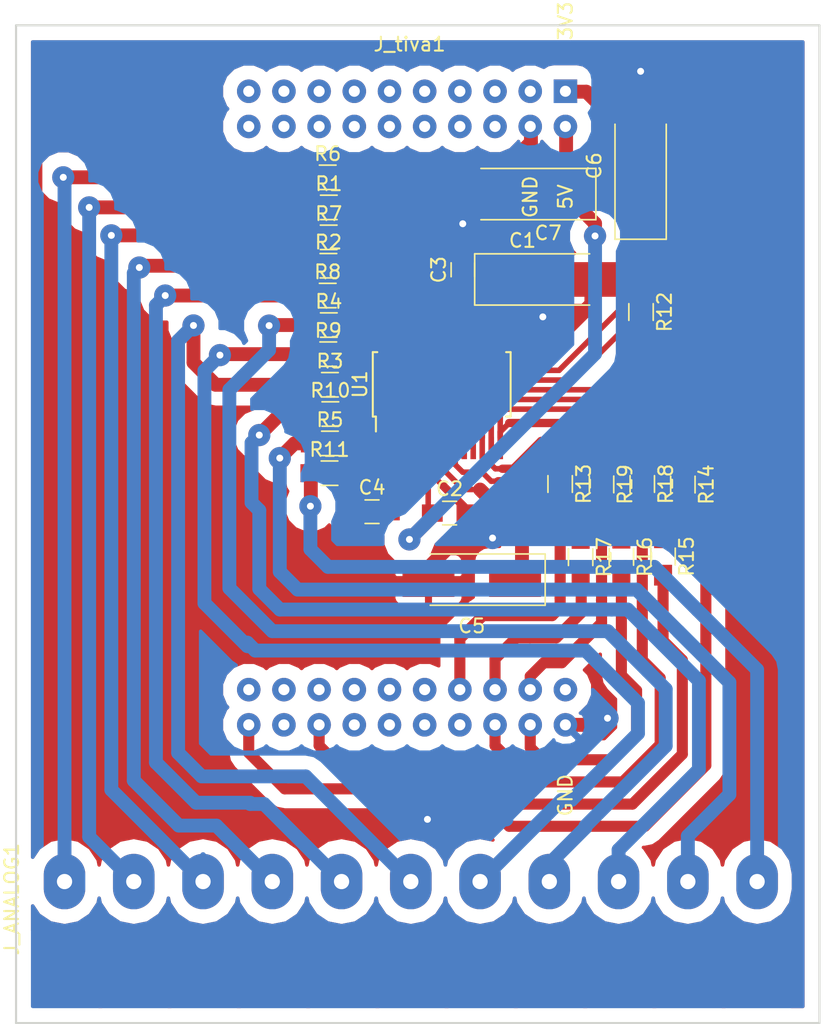
<source format=kicad_pcb>
(kicad_pcb (version 4) (host pcbnew 4.0.6+dfsg1-1)

  (general
    (links 58)
    (no_connects 0)
    (area 37.924999 89.924999 96.075001 162.075001)
    (thickness 1.6)
    (drawings 15)
    (tracks 395)
    (zones 0)
    (modules 29)
    (nets 44)
  )

  (page A4)
  (layers
    (0 F.Cu signal)
    (31 B.Cu signal)
    (32 B.Adhes user)
    (33 F.Adhes user)
    (34 B.Paste user)
    (35 F.Paste user)
    (36 B.SilkS user)
    (37 F.SilkS user)
    (38 B.Mask user)
    (39 F.Mask user)
    (40 Dwgs.User user)
    (41 Cmts.User user)
    (42 Eco1.User user)
    (43 Eco2.User user)
    (44 Edge.Cuts user)
    (45 Margin user)
    (46 B.CrtYd user)
    (47 F.CrtYd user)
    (48 B.Fab user)
    (49 F.Fab user)
  )

  (setup
    (last_trace_width 0.8)
    (user_trace_width 0.2)
    (user_trace_width 0.4)
    (user_trace_width 0.6)
    (user_trace_width 0.8)
    (user_trace_width 1)
    (trace_clearance 0.2)
    (zone_clearance 1)
    (zone_45_only no)
    (trace_min 0.2)
    (segment_width 0.2)
    (edge_width 0.15)
    (via_size 1.2)
    (via_drill 0.5)
    (via_min_size 0.4)
    (via_min_drill 0.3)
    (user_via 1.6 0.5)
    (uvia_size 0.3)
    (uvia_drill 0.1)
    (uvias_allowed no)
    (uvia_min_size 0.2)
    (uvia_min_drill 0.1)
    (pcb_text_width 0.3)
    (pcb_text_size 1.5 1.5)
    (mod_edge_width 0.15)
    (mod_text_size 1 1)
    (mod_text_width 0.15)
    (pad_size 1.524 1.524)
    (pad_drill 0.762)
    (pad_to_mask_clearance 0.2)
    (aux_axis_origin 38 162)
    (grid_origin 38 162)
    (visible_elements FFFFFF7F)
    (pcbplotparams
      (layerselection 0x00030_80000001)
      (usegerberextensions false)
      (excludeedgelayer true)
      (linewidth 0.100000)
      (plotframeref false)
      (viasonmask false)
      (mode 1)
      (useauxorigin false)
      (hpglpennumber 1)
      (hpglpenspeed 20)
      (hpglpendiameter 15)
      (hpglpenoverlay 2)
      (psnegative false)
      (psa4output false)
      (plotreference true)
      (plotvalue true)
      (plotinvisibletext false)
      (padsonsilk false)
      (subtractmaskfromsilk false)
      (outputformat 1)
      (mirror false)
      (drillshape 1)
      (scaleselection 1)
      (outputdirectory ""))
  )

  (net 0 "")
  (net 1 +5V)
  (net 2 GND)
  (net 3 +3V3)
  (net 4 "Net-(C4-Pad1)")
  (net 5 "Net-(C4-Pad2)")
  (net 6 "Net-(C5-Pad1)")
  (net 7 "Net-(C7-Pad1)")
  (net 8 /AIN7)
  (net 9 /AIN6)
  (net 10 /AIN8)
  (net 11 /AIN9)
  (net 12 /AIN_GND)
  (net 13 /AIN4)
  (net 14 /AIN5)
  (net 15 /AIN3)
  (net 16 /AIN2)
  (net 17 /AIN0)
  (net 18 /AIN1)
  (net 19 "Net-(R1-Pad2)")
  (net 20 "Net-(R2-Pad2)")
  (net 21 "Net-(R3-Pad2)")
  (net 22 "Net-(R4-Pad2)")
  (net 23 "Net-(R5-Pad2)")
  (net 24 "Net-(R6-Pad2)")
  (net 25 "Net-(R7-Pad2)")
  (net 26 "Net-(R8-Pad2)")
  (net 27 "Net-(R9-Pad2)")
  (net 28 "Net-(R10-Pad2)")
  (net 29 "Net-(R11-Pad2)")
  (net 30 "Net-(R12-Pad2)")
  (net 31 "Net-(R13-Pad1)")
  (net 32 "Net-(R15-Pad1)")
  (net 33 "Net-(R16-Pad1)")
  (net 34 "Net-(R17-Pad1)")
  (net 35 "Net-(R18-Pad1)")
  (net 36 "Net-(R19-Pad1)")
  (net 37 /PM6)
  (net 38 /PP5)
  (net 39 /PM7)
  (net 40 /PM0)
  (net 41 /PK5)
  (net 42 /PK4)
  (net 43 /PP3)

  (net_class Default "This is the default net class."
    (clearance 0.2)
    (trace_width 0.25)
    (via_dia 1.2)
    (via_drill 0.5)
    (uvia_dia 0.3)
    (uvia_drill 0.1)
    (add_net +3V3)
    (add_net +5V)
    (add_net /AIN0)
    (add_net /AIN1)
    (add_net /AIN2)
    (add_net /AIN3)
    (add_net /AIN4)
    (add_net /AIN5)
    (add_net /AIN6)
    (add_net /AIN7)
    (add_net /AIN8)
    (add_net /AIN9)
    (add_net /AIN_GND)
    (add_net /PK4)
    (add_net /PK5)
    (add_net /PM0)
    (add_net /PM6)
    (add_net /PM7)
    (add_net /PP3)
    (add_net /PP5)
    (add_net GND)
    (add_net "Net-(C4-Pad1)")
    (add_net "Net-(C4-Pad2)")
    (add_net "Net-(C5-Pad1)")
    (add_net "Net-(C7-Pad1)")
    (add_net "Net-(R1-Pad2)")
    (add_net "Net-(R10-Pad2)")
    (add_net "Net-(R11-Pad2)")
    (add_net "Net-(R12-Pad2)")
    (add_net "Net-(R13-Pad1)")
    (add_net "Net-(R15-Pad1)")
    (add_net "Net-(R16-Pad1)")
    (add_net "Net-(R17-Pad1)")
    (add_net "Net-(R18-Pad1)")
    (add_net "Net-(R19-Pad1)")
    (add_net "Net-(R2-Pad2)")
    (add_net "Net-(R3-Pad2)")
    (add_net "Net-(R4-Pad2)")
    (add_net "Net-(R5-Pad2)")
    (add_net "Net-(R6-Pad2)")
    (add_net "Net-(R7-Pad2)")
    (add_net "Net-(R8-Pad2)")
    (add_net "Net-(R9-Pad2)")
  )

  (net_class "tssop pista" ""
    (clearance 0.2)
    (trace_width 0.5)
    (via_dia 1.2)
    (via_drill 0.5)
    (uvia_dia 0.3)
    (uvia_drill 0.1)
  )

  (module tiva_adc_ads1262:TSSOP-28 (layer F.Cu) (tedit 5ADEF834) (tstamp 5AD4C481)
    (at 68.73 115.91 90)
    (descr "TSSOP28: plastic thin shrink small outline package; 28 leads; body width 4.4 mm; (see NXP SSOP-TSSOP-VSO-REFLOW.pdf and sot361-1_po.pdf)")
    (tags "SSOP 0.65")
    (path /5AB25B51)
    (attr smd)
    (fp_text reference U1 (at 0 -5.9 90) (layer F.SilkS)
      (effects (font (size 1 1) (thickness 0.15)))
    )
    (fp_text value ADS1262 (at 0 5.9 90) (layer F.Fab)
      (effects (font (size 1 1) (thickness 0.15)))
    )
    (fp_line (start -1.2 -4.85) (end 2.2 -4.85) (layer F.Fab) (width 0.15))
    (fp_line (start 2.2 -4.85) (end 2.2 4.85) (layer F.Fab) (width 0.15))
    (fp_line (start 2.2 4.85) (end -2.2 4.85) (layer F.Fab) (width 0.15))
    (fp_line (start -2.2 4.85) (end -2.2 -3.85) (layer F.Fab) (width 0.15))
    (fp_line (start -2.2 -3.85) (end -1.2 -4.85) (layer F.Fab) (width 0.15))
    (fp_line (start -3.65 -5.15) (end -3.65 5.15) (layer F.CrtYd) (width 0.05))
    (fp_line (start 3.65 -5.15) (end 3.65 5.15) (layer F.CrtYd) (width 0.05))
    (fp_line (start -3.65 -5.15) (end 3.65 -5.15) (layer F.CrtYd) (width 0.05))
    (fp_line (start -3.65 5.15) (end 3.65 5.15) (layer F.CrtYd) (width 0.05))
    (fp_line (start -2.325 -4.975) (end -2.325 -4.75) (layer F.SilkS) (width 0.15))
    (fp_line (start 2.325 -4.975) (end 2.325 -4.65) (layer F.SilkS) (width 0.15))
    (fp_line (start 2.325 4.975) (end 2.325 4.65) (layer F.SilkS) (width 0.15))
    (fp_line (start -2.325 4.975) (end -2.325 4.65) (layer F.SilkS) (width 0.15))
    (fp_line (start -2.325 -4.975) (end 2.325 -4.975) (layer F.SilkS) (width 0.15))
    (fp_line (start -2.325 4.975) (end 2.325 4.975) (layer F.SilkS) (width 0.15))
    (fp_line (start -2.325 -4.75) (end -3.4 -4.75) (layer F.SilkS) (width 0.15))
    (pad 1 smd rect (at -3.85 -4.225 90) (size 3.1 0.4) (layers F.Cu F.Paste F.Mask)
      (net 28 "Net-(R10-Pad2)"))
    (pad 2 smd rect (at -3.85 -3.575 90) (size 3.1 0.4) (layers F.Cu F.Paste F.Mask)
      (net 23 "Net-(R5-Pad2)"))
    (pad 3 smd rect (at -3.85 -2.925 90) (size 3.1 0.4) (layers F.Cu F.Paste F.Mask)
      (net 29 "Net-(R11-Pad2)"))
    (pad 4 smd rect (at -3.85 -2.275 90) (size 3.1 0.4) (layers F.Cu F.Paste F.Mask)
      (net 4 "Net-(C4-Pad1)"))
    (pad 5 smd rect (at -3.85 -1.625 90) (size 3.1 0.4) (layers F.Cu F.Paste F.Mask)
      (net 5 "Net-(C4-Pad2)"))
    (pad 6 smd rect (at -3.85 -0.975 90) (size 3.1 0.4) (layers F.Cu F.Paste F.Mask)
      (net 1 +5V))
    (pad 7 smd rect (at -3.85 -0.325 90) (size 3.1 0.4) (layers F.Cu F.Paste F.Mask)
      (net 2 GND))
    (pad 8 smd rect (at -3.85 0.325 90) (size 3.1 0.4) (layers F.Cu F.Paste F.Mask)
      (net 6 "Net-(C5-Pad1)"))
    (pad 9 smd rect (at -3.85 0.975 90) (size 3.1 0.4) (layers F.Cu F.Paste F.Mask)
      (net 31 "Net-(R13-Pad1)"))
    (pad 10 smd rect (at -3.85 1.625 90) (size 3.1 0.4) (layers F.Cu F.Paste F.Mask)
      (net 32 "Net-(R15-Pad1)"))
    (pad 11 smd rect (at -3.85 2.275 90) (size 3.1 0.4) (layers F.Cu F.Paste F.Mask)
      (net 35 "Net-(R18-Pad1)"))
    (pad 12 smd rect (at -3.85 2.925 90) (size 3.1 0.4) (layers F.Cu F.Paste F.Mask)
      (net 33 "Net-(R16-Pad1)"))
    (pad 13 smd rect (at -3.85 3.575 90) (size 3.1 0.4) (layers F.Cu F.Paste F.Mask)
      (net 34 "Net-(R17-Pad1)"))
    (pad 14 smd rect (at -3.85 4.225 90) (size 3.1 0.4) (layers F.Cu F.Paste F.Mask)
      (net 36 "Net-(R19-Pad1)"))
    (pad 15 smd rect (at 3.85 4.225 90) (size 3.1 0.4) (layers F.Cu F.Paste F.Mask)
      (net 2 GND))
    (pad 16 smd rect (at 3.85 3.575 90) (size 3.1 0.4) (layers F.Cu F.Paste F.Mask))
    (pad 17 smd rect (at 3.85 2.925 90) (size 3.1 0.4) (layers F.Cu F.Paste F.Mask)
      (net 7 "Net-(C7-Pad1)"))
    (pad 18 smd rect (at 3.85 2.275 90) (size 3.1 0.4) (layers F.Cu F.Paste F.Mask)
      (net 2 GND))
    (pad 19 smd rect (at 3.85 1.625 90) (size 3.1 0.4) (layers F.Cu F.Paste F.Mask)
      (net 3 +3V3))
    (pad 20 smd rect (at 3.85 0.975 90) (size 3.1 0.4) (layers F.Cu F.Paste F.Mask)
      (net 30 "Net-(R12-Pad2)"))
    (pad 21 smd rect (at 3.85 0.325 90) (size 3.1 0.4) (layers F.Cu F.Paste F.Mask)
      (net 24 "Net-(R6-Pad2)"))
    (pad 22 smd rect (at 3.85 -0.325 90) (size 3.1 0.4) (layers F.Cu F.Paste F.Mask)
      (net 19 "Net-(R1-Pad2)"))
    (pad 23 smd rect (at 3.85 -0.975 90) (size 3.1 0.4) (layers F.Cu F.Paste F.Mask)
      (net 25 "Net-(R7-Pad2)"))
    (pad 24 smd rect (at 3.85 -1.625 90) (size 3.1 0.4) (layers F.Cu F.Paste F.Mask)
      (net 20 "Net-(R2-Pad2)"))
    (pad 25 smd rect (at 3.85 -2.275 90) (size 3.1 0.4) (layers F.Cu F.Paste F.Mask)
      (net 26 "Net-(R8-Pad2)"))
    (pad 26 smd rect (at 3.85 -2.925 90) (size 3.1 0.4) (layers F.Cu F.Paste F.Mask)
      (net 21 "Net-(R3-Pad2)"))
    (pad 27 smd rect (at 3.85 -3.575 90) (size 3.1 0.4) (layers F.Cu F.Paste F.Mask)
      (net 27 "Net-(R9-Pad2)"))
    (pad 28 smd rect (at 3.85 -4.225 90) (size 3.1 0.4) (layers F.Cu F.Paste F.Mask)
      (net 22 "Net-(R4-Pad2)"))
    (model Housings_SSOP.3dshapes/TSSOP-28_4.4x9.7mm_Pitch0.65mm.wrl
      (at (xyz 0 0 0))
      (scale (xyz 1 1 1))
      (rotate (xyz 0 0 0))
    )
  )

  (module Resistors_SMD:R_0805_HandSoldering (layer F.Cu) (tedit 58AADA1D) (tstamp 5AD4C461)
    (at 80.27 123.13 270)
    (descr "Resistor SMD 0805, hand soldering")
    (tags "resistor 0805")
    (path /5AB2795C)
    (attr smd)
    (fp_text reference R19 (at 0 -1.7 270) (layer F.SilkS)
      (effects (font (size 1 1) (thickness 0.15)))
    )
    (fp_text value 47 (at 0 1.75 270) (layer F.Fab)
      (effects (font (size 1 1) (thickness 0.15)))
    )
    (fp_text user %R (at 0 -1.7 270) (layer F.Fab)
      (effects (font (size 1 1) (thickness 0.15)))
    )
    (fp_line (start -1 0.62) (end -1 -0.62) (layer F.Fab) (width 0.1))
    (fp_line (start 1 0.62) (end -1 0.62) (layer F.Fab) (width 0.1))
    (fp_line (start 1 -0.62) (end 1 0.62) (layer F.Fab) (width 0.1))
    (fp_line (start -1 -0.62) (end 1 -0.62) (layer F.Fab) (width 0.1))
    (fp_line (start 0.6 0.88) (end -0.6 0.88) (layer F.SilkS) (width 0.12))
    (fp_line (start -0.6 -0.88) (end 0.6 -0.88) (layer F.SilkS) (width 0.12))
    (fp_line (start -2.35 -0.9) (end 2.35 -0.9) (layer F.CrtYd) (width 0.05))
    (fp_line (start -2.35 -0.9) (end -2.35 0.9) (layer F.CrtYd) (width 0.05))
    (fp_line (start 2.35 0.9) (end 2.35 -0.9) (layer F.CrtYd) (width 0.05))
    (fp_line (start 2.35 0.9) (end -2.35 0.9) (layer F.CrtYd) (width 0.05))
    (pad 1 smd rect (at -1.35 0 270) (size 1.5 1.3) (layers F.Cu F.Paste F.Mask)
      (net 36 "Net-(R19-Pad1)"))
    (pad 2 smd rect (at 1.35 0 270) (size 1.5 1.3) (layers F.Cu F.Paste F.Mask)
      (net 42 /PK4))
    (model Resistors_SMD.3dshapes/R_0805.wrl
      (at (xyz 0 0 0))
      (scale (xyz 1 1 1))
      (rotate (xyz 0 0 0))
    )
  )

  (module Resistors_SMD:R_0805_HandSoldering (layer F.Cu) (tedit 58AADA1D) (tstamp 5AD4C45B)
    (at 83.21 123.1 270)
    (descr "Resistor SMD 0805, hand soldering")
    (tags "resistor 0805")
    (path /5AB278A1)
    (attr smd)
    (fp_text reference R18 (at 0 -1.7 270) (layer F.SilkS)
      (effects (font (size 1 1) (thickness 0.15)))
    )
    (fp_text value 47 (at 0 1.75 270) (layer F.Fab)
      (effects (font (size 1 1) (thickness 0.15)))
    )
    (fp_text user %R (at 0 -1.7 270) (layer F.Fab)
      (effects (font (size 1 1) (thickness 0.15)))
    )
    (fp_line (start -1 0.62) (end -1 -0.62) (layer F.Fab) (width 0.1))
    (fp_line (start 1 0.62) (end -1 0.62) (layer F.Fab) (width 0.1))
    (fp_line (start 1 -0.62) (end 1 0.62) (layer F.Fab) (width 0.1))
    (fp_line (start -1 -0.62) (end 1 -0.62) (layer F.Fab) (width 0.1))
    (fp_line (start 0.6 0.88) (end -0.6 0.88) (layer F.SilkS) (width 0.12))
    (fp_line (start -0.6 -0.88) (end 0.6 -0.88) (layer F.SilkS) (width 0.12))
    (fp_line (start -2.35 -0.9) (end 2.35 -0.9) (layer F.CrtYd) (width 0.05))
    (fp_line (start -2.35 -0.9) (end -2.35 0.9) (layer F.CrtYd) (width 0.05))
    (fp_line (start 2.35 0.9) (end 2.35 -0.9) (layer F.CrtYd) (width 0.05))
    (fp_line (start 2.35 0.9) (end -2.35 0.9) (layer F.CrtYd) (width 0.05))
    (pad 1 smd rect (at -1.35 0 270) (size 1.5 1.3) (layers F.Cu F.Paste F.Mask)
      (net 35 "Net-(R18-Pad1)"))
    (pad 2 smd rect (at 1.35 0 270) (size 1.5 1.3) (layers F.Cu F.Paste F.Mask)
      (net 38 /PP5))
    (model Resistors_SMD.3dshapes/R_0805.wrl
      (at (xyz 0 0 0))
      (scale (xyz 1 1 1))
      (rotate (xyz 0 0 0))
    )
  )

  (module Resistors_SMD:R_0805_HandSoldering (layer F.Cu) (tedit 58AADA1D) (tstamp 5AD4C455)
    (at 78.76 128.38 270)
    (descr "Resistor SMD 0805, hand soldering")
    (tags "resistor 0805")
    (path /5AB279B7)
    (attr smd)
    (fp_text reference R17 (at 0 -1.7 270) (layer F.SilkS)
      (effects (font (size 1 1) (thickness 0.15)))
    )
    (fp_text value 47 (at 0 1.75 270) (layer F.Fab)
      (effects (font (size 1 1) (thickness 0.15)))
    )
    (fp_text user %R (at 0 -1.7 270) (layer F.Fab)
      (effects (font (size 1 1) (thickness 0.15)))
    )
    (fp_line (start -1 0.62) (end -1 -0.62) (layer F.Fab) (width 0.1))
    (fp_line (start 1 0.62) (end -1 0.62) (layer F.Fab) (width 0.1))
    (fp_line (start 1 -0.62) (end 1 0.62) (layer F.Fab) (width 0.1))
    (fp_line (start -1 -0.62) (end 1 -0.62) (layer F.Fab) (width 0.1))
    (fp_line (start 0.6 0.88) (end -0.6 0.88) (layer F.SilkS) (width 0.12))
    (fp_line (start -0.6 -0.88) (end 0.6 -0.88) (layer F.SilkS) (width 0.12))
    (fp_line (start -2.35 -0.9) (end 2.35 -0.9) (layer F.CrtYd) (width 0.05))
    (fp_line (start -2.35 -0.9) (end -2.35 0.9) (layer F.CrtYd) (width 0.05))
    (fp_line (start 2.35 0.9) (end 2.35 -0.9) (layer F.CrtYd) (width 0.05))
    (fp_line (start 2.35 0.9) (end -2.35 0.9) (layer F.CrtYd) (width 0.05))
    (pad 1 smd rect (at -1.35 0 270) (size 1.5 1.3) (layers F.Cu F.Paste F.Mask)
      (net 34 "Net-(R17-Pad1)"))
    (pad 2 smd rect (at 1.35 0 270) (size 1.5 1.3) (layers F.Cu F.Paste F.Mask)
      (net 41 /PK5))
    (model Resistors_SMD.3dshapes/R_0805.wrl
      (at (xyz 0 0 0))
      (scale (xyz 1 1 1))
      (rotate (xyz 0 0 0))
    )
  )

  (module Resistors_SMD:R_0805_HandSoldering (layer F.Cu) (tedit 58AADA1D) (tstamp 5AD4C44F)
    (at 81.7 128.36 270)
    (descr "Resistor SMD 0805, hand soldering")
    (tags "resistor 0805")
    (path /5AB278F6)
    (attr smd)
    (fp_text reference R16 (at 0 -1.7 270) (layer F.SilkS)
      (effects (font (size 1 1) (thickness 0.15)))
    )
    (fp_text value 47 (at 0 1.75 270) (layer F.Fab)
      (effects (font (size 1 1) (thickness 0.15)))
    )
    (fp_text user %R (at 0 -1.7 270) (layer F.Fab)
      (effects (font (size 1 1) (thickness 0.15)))
    )
    (fp_line (start -1 0.62) (end -1 -0.62) (layer F.Fab) (width 0.1))
    (fp_line (start 1 0.62) (end -1 0.62) (layer F.Fab) (width 0.1))
    (fp_line (start 1 -0.62) (end 1 0.62) (layer F.Fab) (width 0.1))
    (fp_line (start -1 -0.62) (end 1 -0.62) (layer F.Fab) (width 0.1))
    (fp_line (start 0.6 0.88) (end -0.6 0.88) (layer F.SilkS) (width 0.12))
    (fp_line (start -0.6 -0.88) (end 0.6 -0.88) (layer F.SilkS) (width 0.12))
    (fp_line (start -2.35 -0.9) (end 2.35 -0.9) (layer F.CrtYd) (width 0.05))
    (fp_line (start -2.35 -0.9) (end -2.35 0.9) (layer F.CrtYd) (width 0.05))
    (fp_line (start 2.35 0.9) (end 2.35 -0.9) (layer F.CrtYd) (width 0.05))
    (fp_line (start 2.35 0.9) (end -2.35 0.9) (layer F.CrtYd) (width 0.05))
    (pad 1 smd rect (at -1.35 0 270) (size 1.5 1.3) (layers F.Cu F.Paste F.Mask)
      (net 33 "Net-(R16-Pad1)"))
    (pad 2 smd rect (at 1.35 0 270) (size 1.5 1.3) (layers F.Cu F.Paste F.Mask)
      (net 39 /PM7))
    (model Resistors_SMD.3dshapes/R_0805.wrl
      (at (xyz 0 0 0))
      (scale (xyz 1 1 1))
      (rotate (xyz 0 0 0))
    )
  )

  (module Resistors_SMD:R_0805_HandSoldering (layer F.Cu) (tedit 58AADA1D) (tstamp 5AD4C449)
    (at 84.71 128.33 270)
    (descr "Resistor SMD 0805, hand soldering")
    (tags "resistor 0805")
    (path /5AB27853)
    (attr smd)
    (fp_text reference R15 (at 0 -1.7 270) (layer F.SilkS)
      (effects (font (size 1 1) (thickness 0.15)))
    )
    (fp_text value 47 (at 0 1.75 270) (layer F.Fab)
      (effects (font (size 1 1) (thickness 0.15)))
    )
    (fp_text user %R (at 0 -1.7 270) (layer F.Fab)
      (effects (font (size 1 1) (thickness 0.15)))
    )
    (fp_line (start -1 0.62) (end -1 -0.62) (layer F.Fab) (width 0.1))
    (fp_line (start 1 0.62) (end -1 0.62) (layer F.Fab) (width 0.1))
    (fp_line (start 1 -0.62) (end 1 0.62) (layer F.Fab) (width 0.1))
    (fp_line (start -1 -0.62) (end 1 -0.62) (layer F.Fab) (width 0.1))
    (fp_line (start 0.6 0.88) (end -0.6 0.88) (layer F.SilkS) (width 0.12))
    (fp_line (start -0.6 -0.88) (end 0.6 -0.88) (layer F.SilkS) (width 0.12))
    (fp_line (start -2.35 -0.9) (end 2.35 -0.9) (layer F.CrtYd) (width 0.05))
    (fp_line (start -2.35 -0.9) (end -2.35 0.9) (layer F.CrtYd) (width 0.05))
    (fp_line (start 2.35 0.9) (end 2.35 -0.9) (layer F.CrtYd) (width 0.05))
    (fp_line (start 2.35 0.9) (end -2.35 0.9) (layer F.CrtYd) (width 0.05))
    (pad 1 smd rect (at -1.35 0 270) (size 1.5 1.3) (layers F.Cu F.Paste F.Mask)
      (net 32 "Net-(R15-Pad1)"))
    (pad 2 smd rect (at 1.35 0 270) (size 1.5 1.3) (layers F.Cu F.Paste F.Mask)
      (net 43 /PP3))
    (model Resistors_SMD.3dshapes/R_0805.wrl
      (at (xyz 0 0 0))
      (scale (xyz 1 1 1))
      (rotate (xyz 0 0 0))
    )
  )

  (module Resistors_SMD:R_0805_HandSoldering (layer F.Cu) (tedit 58AADA1D) (tstamp 5AD4C443)
    (at 86.14 123.14 270)
    (descr "Resistor SMD 0805, hand soldering")
    (tags "resistor 0805")
    (path /5AB2A07A)
    (attr smd)
    (fp_text reference R14 (at 0 -1.7 270) (layer F.SilkS)
      (effects (font (size 1 1) (thickness 0.15)))
    )
    (fp_text value 47 (at 0 1.75 270) (layer F.Fab)
      (effects (font (size 1 1) (thickness 0.15)))
    )
    (fp_text user %R (at 0 -1.7 270) (layer F.Fab)
      (effects (font (size 1 1) (thickness 0.15)))
    )
    (fp_line (start -1 0.62) (end -1 -0.62) (layer F.Fab) (width 0.1))
    (fp_line (start 1 0.62) (end -1 0.62) (layer F.Fab) (width 0.1))
    (fp_line (start 1 -0.62) (end 1 0.62) (layer F.Fab) (width 0.1))
    (fp_line (start -1 -0.62) (end 1 -0.62) (layer F.Fab) (width 0.1))
    (fp_line (start 0.6 0.88) (end -0.6 0.88) (layer F.SilkS) (width 0.12))
    (fp_line (start -0.6 -0.88) (end 0.6 -0.88) (layer F.SilkS) (width 0.12))
    (fp_line (start -2.35 -0.9) (end 2.35 -0.9) (layer F.CrtYd) (width 0.05))
    (fp_line (start -2.35 -0.9) (end -2.35 0.9) (layer F.CrtYd) (width 0.05))
    (fp_line (start 2.35 0.9) (end 2.35 -0.9) (layer F.CrtYd) (width 0.05))
    (fp_line (start 2.35 0.9) (end -2.35 0.9) (layer F.CrtYd) (width 0.05))
    (pad 1 smd rect (at -1.35 0 270) (size 1.5 1.3) (layers F.Cu F.Paste F.Mask)
      (net 30 "Net-(R12-Pad2)"))
    (pad 2 smd rect (at 1.35 0 270) (size 1.5 1.3) (layers F.Cu F.Paste F.Mask)
      (net 37 /PM6))
    (model Resistors_SMD.3dshapes/R_0805.wrl
      (at (xyz 0 0 0))
      (scale (xyz 1 1 1))
      (rotate (xyz 0 0 0))
    )
  )

  (module Resistors_SMD:R_0805_HandSoldering (layer F.Cu) (tedit 58AADA1D) (tstamp 5AD4C43D)
    (at 77.28 123.1 270)
    (descr "Resistor SMD 0805, hand soldering")
    (tags "resistor 0805")
    (path /5AB2722E)
    (attr smd)
    (fp_text reference R13 (at 0 -1.7 270) (layer F.SilkS)
      (effects (font (size 1 1) (thickness 0.15)))
    )
    (fp_text value 47 (at 0 1.75 270) (layer F.Fab)
      (effects (font (size 1 1) (thickness 0.15)))
    )
    (fp_text user %R (at 0 -1.7 270) (layer F.Fab)
      (effects (font (size 1 1) (thickness 0.15)))
    )
    (fp_line (start -1 0.62) (end -1 -0.62) (layer F.Fab) (width 0.1))
    (fp_line (start 1 0.62) (end -1 0.62) (layer F.Fab) (width 0.1))
    (fp_line (start 1 -0.62) (end 1 0.62) (layer F.Fab) (width 0.1))
    (fp_line (start -1 -0.62) (end 1 -0.62) (layer F.Fab) (width 0.1))
    (fp_line (start 0.6 0.88) (end -0.6 0.88) (layer F.SilkS) (width 0.12))
    (fp_line (start -0.6 -0.88) (end 0.6 -0.88) (layer F.SilkS) (width 0.12))
    (fp_line (start -2.35 -0.9) (end 2.35 -0.9) (layer F.CrtYd) (width 0.05))
    (fp_line (start -2.35 -0.9) (end -2.35 0.9) (layer F.CrtYd) (width 0.05))
    (fp_line (start 2.35 0.9) (end 2.35 -0.9) (layer F.CrtYd) (width 0.05))
    (fp_line (start 2.35 0.9) (end -2.35 0.9) (layer F.CrtYd) (width 0.05))
    (pad 1 smd rect (at -1.35 0 270) (size 1.5 1.3) (layers F.Cu F.Paste F.Mask)
      (net 31 "Net-(R13-Pad1)"))
    (pad 2 smd rect (at 1.35 0 270) (size 1.5 1.3) (layers F.Cu F.Paste F.Mask)
      (net 40 /PM0))
    (model Resistors_SMD.3dshapes/R_0805.wrl
      (at (xyz 0 0 0))
      (scale (xyz 1 1 1))
      (rotate (xyz 0 0 0))
    )
  )

  (module Resistors_SMD:R_0805_HandSoldering (layer F.Cu) (tedit 58AADA1D) (tstamp 5AD4C437)
    (at 83.12 110.69 270)
    (descr "Resistor SMD 0805, hand soldering")
    (tags "resistor 0805")
    (path /5AB27A0D)
    (attr smd)
    (fp_text reference R12 (at 0 -1.7 270) (layer F.SilkS)
      (effects (font (size 1 1) (thickness 0.15)))
    )
    (fp_text value 10k (at 0 1.75 270) (layer F.Fab)
      (effects (font (size 1 1) (thickness 0.15)))
    )
    (fp_text user %R (at 0 -1.7 270) (layer F.Fab)
      (effects (font (size 1 1) (thickness 0.15)))
    )
    (fp_line (start -1 0.62) (end -1 -0.62) (layer F.Fab) (width 0.1))
    (fp_line (start 1 0.62) (end -1 0.62) (layer F.Fab) (width 0.1))
    (fp_line (start 1 -0.62) (end 1 0.62) (layer F.Fab) (width 0.1))
    (fp_line (start -1 -0.62) (end 1 -0.62) (layer F.Fab) (width 0.1))
    (fp_line (start 0.6 0.88) (end -0.6 0.88) (layer F.SilkS) (width 0.12))
    (fp_line (start -0.6 -0.88) (end 0.6 -0.88) (layer F.SilkS) (width 0.12))
    (fp_line (start -2.35 -0.9) (end 2.35 -0.9) (layer F.CrtYd) (width 0.05))
    (fp_line (start -2.35 -0.9) (end -2.35 0.9) (layer F.CrtYd) (width 0.05))
    (fp_line (start 2.35 0.9) (end 2.35 -0.9) (layer F.CrtYd) (width 0.05))
    (fp_line (start 2.35 0.9) (end -2.35 0.9) (layer F.CrtYd) (width 0.05))
    (pad 1 smd rect (at -1.35 0 270) (size 1.5 1.3) (layers F.Cu F.Paste F.Mask)
      (net 3 +3V3))
    (pad 2 smd rect (at 1.35 0 270) (size 1.5 1.3) (layers F.Cu F.Paste F.Mask)
      (net 30 "Net-(R12-Pad2)"))
    (model Resistors_SMD.3dshapes/R_0805.wrl
      (at (xyz 0 0 0))
      (scale (xyz 1 1 1))
      (rotate (xyz 0 0 0))
    )
  )

  (module Resistors_SMD:R_0805_HandSoldering (layer F.Cu) (tedit 58AADA1D) (tstamp 5AD4C431)
    (at 60.63 122.32)
    (descr "Resistor SMD 0805, hand soldering")
    (tags "resistor 0805")
    (path /5AB2918A)
    (attr smd)
    (fp_text reference R11 (at 0 -1.7) (layer F.SilkS)
      (effects (font (size 1 1) (thickness 0.15)))
    )
    (fp_text value 10k (at 0 1.75) (layer F.Fab)
      (effects (font (size 1 1) (thickness 0.15)))
    )
    (fp_text user %R (at 0 -1.7) (layer F.Fab)
      (effects (font (size 1 1) (thickness 0.15)))
    )
    (fp_line (start -1 0.62) (end -1 -0.62) (layer F.Fab) (width 0.1))
    (fp_line (start 1 0.62) (end -1 0.62) (layer F.Fab) (width 0.1))
    (fp_line (start 1 -0.62) (end 1 0.62) (layer F.Fab) (width 0.1))
    (fp_line (start -1 -0.62) (end 1 -0.62) (layer F.Fab) (width 0.1))
    (fp_line (start 0.6 0.88) (end -0.6 0.88) (layer F.SilkS) (width 0.12))
    (fp_line (start -0.6 -0.88) (end 0.6 -0.88) (layer F.SilkS) (width 0.12))
    (fp_line (start -2.35 -0.9) (end 2.35 -0.9) (layer F.CrtYd) (width 0.05))
    (fp_line (start -2.35 -0.9) (end -2.35 0.9) (layer F.CrtYd) (width 0.05))
    (fp_line (start 2.35 0.9) (end 2.35 -0.9) (layer F.CrtYd) (width 0.05))
    (fp_line (start 2.35 0.9) (end -2.35 0.9) (layer F.CrtYd) (width 0.05))
    (pad 1 smd rect (at -1.35 0) (size 1.5 1.3) (layers F.Cu F.Paste F.Mask)
      (net 12 /AIN_GND))
    (pad 2 smd rect (at 1.35 0) (size 1.5 1.3) (layers F.Cu F.Paste F.Mask)
      (net 29 "Net-(R11-Pad2)"))
    (model Resistors_SMD.3dshapes/R_0805.wrl
      (at (xyz 0 0 0))
      (scale (xyz 1 1 1))
      (rotate (xyz 0 0 0))
    )
  )

  (module Resistors_SMD:R_0805_HandSoldering (layer F.Cu) (tedit 58AADA1D) (tstamp 5AD4C42B)
    (at 60.69 118.05)
    (descr "Resistor SMD 0805, hand soldering")
    (tags "resistor 0805")
    (path /5AB27695)
    (attr smd)
    (fp_text reference R10 (at 0 -1.7) (layer F.SilkS)
      (effects (font (size 1 1) (thickness 0.15)))
    )
    (fp_text value 10k (at 0 1.75) (layer F.Fab)
      (effects (font (size 1 1) (thickness 0.15)))
    )
    (fp_text user %R (at 0 -1.7) (layer F.Fab)
      (effects (font (size 1 1) (thickness 0.15)))
    )
    (fp_line (start -1 0.62) (end -1 -0.62) (layer F.Fab) (width 0.1))
    (fp_line (start 1 0.62) (end -1 0.62) (layer F.Fab) (width 0.1))
    (fp_line (start 1 -0.62) (end 1 0.62) (layer F.Fab) (width 0.1))
    (fp_line (start -1 -0.62) (end 1 -0.62) (layer F.Fab) (width 0.1))
    (fp_line (start 0.6 0.88) (end -0.6 0.88) (layer F.SilkS) (width 0.12))
    (fp_line (start -0.6 -0.88) (end 0.6 -0.88) (layer F.SilkS) (width 0.12))
    (fp_line (start -2.35 -0.9) (end 2.35 -0.9) (layer F.CrtYd) (width 0.05))
    (fp_line (start -2.35 -0.9) (end -2.35 0.9) (layer F.CrtYd) (width 0.05))
    (fp_line (start 2.35 0.9) (end 2.35 -0.9) (layer F.CrtYd) (width 0.05))
    (fp_line (start 2.35 0.9) (end -2.35 0.9) (layer F.CrtYd) (width 0.05))
    (pad 1 smd rect (at -1.35 0) (size 1.5 1.3) (layers F.Cu F.Paste F.Mask)
      (net 10 /AIN8))
    (pad 2 smd rect (at 1.35 0) (size 1.5 1.3) (layers F.Cu F.Paste F.Mask)
      (net 28 "Net-(R10-Pad2)"))
    (model Resistors_SMD.3dshapes/R_0805.wrl
      (at (xyz 0 0 0))
      (scale (xyz 1 1 1))
      (rotate (xyz 0 0 0))
    )
  )

  (module Resistors_SMD:R_0805_HandSoldering (layer F.Cu) (tedit 58AADA1D) (tstamp 5AD4C425)
    (at 60.54 113.73)
    (descr "Resistor SMD 0805, hand soldering")
    (tags "resistor 0805")
    (path /5AB27652)
    (attr smd)
    (fp_text reference R9 (at 0 -1.7) (layer F.SilkS)
      (effects (font (size 1 1) (thickness 0.15)))
    )
    (fp_text value 10k (at 0 1.75) (layer F.Fab)
      (effects (font (size 1 1) (thickness 0.15)))
    )
    (fp_text user %R (at 0 -1.7) (layer F.Fab)
      (effects (font (size 1 1) (thickness 0.15)))
    )
    (fp_line (start -1 0.62) (end -1 -0.62) (layer F.Fab) (width 0.1))
    (fp_line (start 1 0.62) (end -1 0.62) (layer F.Fab) (width 0.1))
    (fp_line (start 1 -0.62) (end 1 0.62) (layer F.Fab) (width 0.1))
    (fp_line (start -1 -0.62) (end 1 -0.62) (layer F.Fab) (width 0.1))
    (fp_line (start 0.6 0.88) (end -0.6 0.88) (layer F.SilkS) (width 0.12))
    (fp_line (start -0.6 -0.88) (end 0.6 -0.88) (layer F.SilkS) (width 0.12))
    (fp_line (start -2.35 -0.9) (end 2.35 -0.9) (layer F.CrtYd) (width 0.05))
    (fp_line (start -2.35 -0.9) (end -2.35 0.9) (layer F.CrtYd) (width 0.05))
    (fp_line (start 2.35 0.9) (end 2.35 -0.9) (layer F.CrtYd) (width 0.05))
    (fp_line (start 2.35 0.9) (end -2.35 0.9) (layer F.CrtYd) (width 0.05))
    (pad 1 smd rect (at -1.35 0) (size 1.5 1.3) (layers F.Cu F.Paste F.Mask)
      (net 9 /AIN6))
    (pad 2 smd rect (at 1.35 0) (size 1.5 1.3) (layers F.Cu F.Paste F.Mask)
      (net 27 "Net-(R9-Pad2)"))
    (model Resistors_SMD.3dshapes/R_0805.wrl
      (at (xyz 0 0 0))
      (scale (xyz 1 1 1))
      (rotate (xyz 0 0 0))
    )
  )

  (module Resistors_SMD:R_0805_HandSoldering (layer F.Cu) (tedit 58AADA1D) (tstamp 5AD4C41F)
    (at 60.5 109.5)
    (descr "Resistor SMD 0805, hand soldering")
    (tags "resistor 0805")
    (path /5AB27614)
    (attr smd)
    (fp_text reference R8 (at 0 -1.7) (layer F.SilkS)
      (effects (font (size 1 1) (thickness 0.15)))
    )
    (fp_text value 10k (at 0 1.75) (layer F.Fab)
      (effects (font (size 1 1) (thickness 0.15)))
    )
    (fp_text user %R (at 0 -1.7) (layer F.Fab)
      (effects (font (size 1 1) (thickness 0.15)))
    )
    (fp_line (start -1 0.62) (end -1 -0.62) (layer F.Fab) (width 0.1))
    (fp_line (start 1 0.62) (end -1 0.62) (layer F.Fab) (width 0.1))
    (fp_line (start 1 -0.62) (end 1 0.62) (layer F.Fab) (width 0.1))
    (fp_line (start -1 -0.62) (end 1 -0.62) (layer F.Fab) (width 0.1))
    (fp_line (start 0.6 0.88) (end -0.6 0.88) (layer F.SilkS) (width 0.12))
    (fp_line (start -0.6 -0.88) (end 0.6 -0.88) (layer F.SilkS) (width 0.12))
    (fp_line (start -2.35 -0.9) (end 2.35 -0.9) (layer F.CrtYd) (width 0.05))
    (fp_line (start -2.35 -0.9) (end -2.35 0.9) (layer F.CrtYd) (width 0.05))
    (fp_line (start 2.35 0.9) (end 2.35 -0.9) (layer F.CrtYd) (width 0.05))
    (fp_line (start 2.35 0.9) (end -2.35 0.9) (layer F.CrtYd) (width 0.05))
    (pad 1 smd rect (at -1.35 0) (size 1.5 1.3) (layers F.Cu F.Paste F.Mask)
      (net 13 /AIN4))
    (pad 2 smd rect (at 1.35 0) (size 1.5 1.3) (layers F.Cu F.Paste F.Mask)
      (net 26 "Net-(R8-Pad2)"))
    (model Resistors_SMD.3dshapes/R_0805.wrl
      (at (xyz 0 0 0))
      (scale (xyz 1 1 1))
      (rotate (xyz 0 0 0))
    )
  )

  (module Resistors_SMD:R_0805_HandSoldering (layer F.Cu) (tedit 58AADA1D) (tstamp 5AD4C419)
    (at 60.57 105.3)
    (descr "Resistor SMD 0805, hand soldering")
    (tags "resistor 0805")
    (path /5AB27599)
    (attr smd)
    (fp_text reference R7 (at 0 -1.7) (layer F.SilkS)
      (effects (font (size 1 1) (thickness 0.15)))
    )
    (fp_text value 10k (at 0 1.75) (layer F.Fab)
      (effects (font (size 1 1) (thickness 0.15)))
    )
    (fp_text user %R (at 0 -1.7) (layer F.Fab)
      (effects (font (size 1 1) (thickness 0.15)))
    )
    (fp_line (start -1 0.62) (end -1 -0.62) (layer F.Fab) (width 0.1))
    (fp_line (start 1 0.62) (end -1 0.62) (layer F.Fab) (width 0.1))
    (fp_line (start 1 -0.62) (end 1 0.62) (layer F.Fab) (width 0.1))
    (fp_line (start -1 -0.62) (end 1 -0.62) (layer F.Fab) (width 0.1))
    (fp_line (start 0.6 0.88) (end -0.6 0.88) (layer F.SilkS) (width 0.12))
    (fp_line (start -0.6 -0.88) (end 0.6 -0.88) (layer F.SilkS) (width 0.12))
    (fp_line (start -2.35 -0.9) (end 2.35 -0.9) (layer F.CrtYd) (width 0.05))
    (fp_line (start -2.35 -0.9) (end -2.35 0.9) (layer F.CrtYd) (width 0.05))
    (fp_line (start 2.35 0.9) (end 2.35 -0.9) (layer F.CrtYd) (width 0.05))
    (fp_line (start 2.35 0.9) (end -2.35 0.9) (layer F.CrtYd) (width 0.05))
    (pad 1 smd rect (at -1.35 0) (size 1.5 1.3) (layers F.Cu F.Paste F.Mask)
      (net 16 /AIN2))
    (pad 2 smd rect (at 1.35 0) (size 1.5 1.3) (layers F.Cu F.Paste F.Mask)
      (net 25 "Net-(R7-Pad2)"))
    (model Resistors_SMD.3dshapes/R_0805.wrl
      (at (xyz 0 0 0))
      (scale (xyz 1 1 1))
      (rotate (xyz 0 0 0))
    )
  )

  (module Resistors_SMD:R_0805_HandSoldering (layer F.Cu) (tedit 58AADA1D) (tstamp 5AD4C413)
    (at 60.5 100.97)
    (descr "Resistor SMD 0805, hand soldering")
    (tags "resistor 0805")
    (path /5AB260A6)
    (attr smd)
    (fp_text reference R6 (at 0 -1.7) (layer F.SilkS)
      (effects (font (size 1 1) (thickness 0.15)))
    )
    (fp_text value 10k (at 0 1.75) (layer F.Fab)
      (effects (font (size 1 1) (thickness 0.15)))
    )
    (fp_text user %R (at 0 -1.7) (layer F.Fab)
      (effects (font (size 1 1) (thickness 0.15)))
    )
    (fp_line (start -1 0.62) (end -1 -0.62) (layer F.Fab) (width 0.1))
    (fp_line (start 1 0.62) (end -1 0.62) (layer F.Fab) (width 0.1))
    (fp_line (start 1 -0.62) (end 1 0.62) (layer F.Fab) (width 0.1))
    (fp_line (start -1 -0.62) (end 1 -0.62) (layer F.Fab) (width 0.1))
    (fp_line (start 0.6 0.88) (end -0.6 0.88) (layer F.SilkS) (width 0.12))
    (fp_line (start -0.6 -0.88) (end 0.6 -0.88) (layer F.SilkS) (width 0.12))
    (fp_line (start -2.35 -0.9) (end 2.35 -0.9) (layer F.CrtYd) (width 0.05))
    (fp_line (start -2.35 -0.9) (end -2.35 0.9) (layer F.CrtYd) (width 0.05))
    (fp_line (start 2.35 0.9) (end 2.35 -0.9) (layer F.CrtYd) (width 0.05))
    (fp_line (start 2.35 0.9) (end -2.35 0.9) (layer F.CrtYd) (width 0.05))
    (pad 1 smd rect (at -1.35 0) (size 1.5 1.3) (layers F.Cu F.Paste F.Mask)
      (net 17 /AIN0))
    (pad 2 smd rect (at 1.35 0) (size 1.5 1.3) (layers F.Cu F.Paste F.Mask)
      (net 24 "Net-(R6-Pad2)"))
    (model Resistors_SMD.3dshapes/R_0805.wrl
      (at (xyz 0 0 0))
      (scale (xyz 1 1 1))
      (rotate (xyz 0 0 0))
    )
  )

  (module Resistors_SMD:R_0805_HandSoldering (layer F.Cu) (tedit 58AADA1D) (tstamp 5AD4C40D)
    (at 60.66 120.17)
    (descr "Resistor SMD 0805, hand soldering")
    (tags "resistor 0805")
    (path /5AB276DB)
    (attr smd)
    (fp_text reference R5 (at 0 -1.7) (layer F.SilkS)
      (effects (font (size 1 1) (thickness 0.15)))
    )
    (fp_text value 10k (at 0 1.75) (layer F.Fab)
      (effects (font (size 1 1) (thickness 0.15)))
    )
    (fp_text user %R (at 0 -1.7) (layer F.Fab)
      (effects (font (size 1 1) (thickness 0.15)))
    )
    (fp_line (start -1 0.62) (end -1 -0.62) (layer F.Fab) (width 0.1))
    (fp_line (start 1 0.62) (end -1 0.62) (layer F.Fab) (width 0.1))
    (fp_line (start 1 -0.62) (end 1 0.62) (layer F.Fab) (width 0.1))
    (fp_line (start -1 -0.62) (end 1 -0.62) (layer F.Fab) (width 0.1))
    (fp_line (start 0.6 0.88) (end -0.6 0.88) (layer F.SilkS) (width 0.12))
    (fp_line (start -0.6 -0.88) (end 0.6 -0.88) (layer F.SilkS) (width 0.12))
    (fp_line (start -2.35 -0.9) (end 2.35 -0.9) (layer F.CrtYd) (width 0.05))
    (fp_line (start -2.35 -0.9) (end -2.35 0.9) (layer F.CrtYd) (width 0.05))
    (fp_line (start 2.35 0.9) (end 2.35 -0.9) (layer F.CrtYd) (width 0.05))
    (fp_line (start 2.35 0.9) (end -2.35 0.9) (layer F.CrtYd) (width 0.05))
    (pad 1 smd rect (at -1.35 0) (size 1.5 1.3) (layers F.Cu F.Paste F.Mask)
      (net 11 /AIN9))
    (pad 2 smd rect (at 1.35 0) (size 1.5 1.3) (layers F.Cu F.Paste F.Mask)
      (net 23 "Net-(R5-Pad2)"))
    (model Resistors_SMD.3dshapes/R_0805.wrl
      (at (xyz 0 0 0))
      (scale (xyz 1 1 1))
      (rotate (xyz 0 0 0))
    )
  )

  (module Resistors_SMD:R_0805_HandSoldering (layer F.Cu) (tedit 58AADA1D) (tstamp 5AD4C407)
    (at 60.58 111.63)
    (descr "Resistor SMD 0805, hand soldering")
    (tags "resistor 0805")
    (path /5AB27734)
    (attr smd)
    (fp_text reference R4 (at 0 -1.7) (layer F.SilkS)
      (effects (font (size 1 1) (thickness 0.15)))
    )
    (fp_text value 10k (at 0 1.75) (layer F.Fab)
      (effects (font (size 1 1) (thickness 0.15)))
    )
    (fp_text user %R (at 0 -1.7) (layer F.Fab)
      (effects (font (size 1 1) (thickness 0.15)))
    )
    (fp_line (start -1 0.62) (end -1 -0.62) (layer F.Fab) (width 0.1))
    (fp_line (start 1 0.62) (end -1 0.62) (layer F.Fab) (width 0.1))
    (fp_line (start 1 -0.62) (end 1 0.62) (layer F.Fab) (width 0.1))
    (fp_line (start -1 -0.62) (end 1 -0.62) (layer F.Fab) (width 0.1))
    (fp_line (start 0.6 0.88) (end -0.6 0.88) (layer F.SilkS) (width 0.12))
    (fp_line (start -0.6 -0.88) (end 0.6 -0.88) (layer F.SilkS) (width 0.12))
    (fp_line (start -2.35 -0.9) (end 2.35 -0.9) (layer F.CrtYd) (width 0.05))
    (fp_line (start -2.35 -0.9) (end -2.35 0.9) (layer F.CrtYd) (width 0.05))
    (fp_line (start 2.35 0.9) (end 2.35 -0.9) (layer F.CrtYd) (width 0.05))
    (fp_line (start 2.35 0.9) (end -2.35 0.9) (layer F.CrtYd) (width 0.05))
    (pad 1 smd rect (at -1.35 0) (size 1.5 1.3) (layers F.Cu F.Paste F.Mask)
      (net 8 /AIN7))
    (pad 2 smd rect (at 1.35 0) (size 1.5 1.3) (layers F.Cu F.Paste F.Mask)
      (net 22 "Net-(R4-Pad2)"))
    (model Resistors_SMD.3dshapes/R_0805.wrl
      (at (xyz 0 0 0))
      (scale (xyz 1 1 1))
      (rotate (xyz 0 0 0))
    )
  )

  (module Resistors_SMD:R_0805_HandSoldering (layer F.Cu) (tedit 58AADA1D) (tstamp 5AD4C401)
    (at 60.66 115.94)
    (descr "Resistor SMD 0805, hand soldering")
    (tags "resistor 0805")
    (path /5AB2778C)
    (attr smd)
    (fp_text reference R3 (at 0 -1.7) (layer F.SilkS)
      (effects (font (size 1 1) (thickness 0.15)))
    )
    (fp_text value 10k (at 0 1.75) (layer F.Fab)
      (effects (font (size 1 1) (thickness 0.15)))
    )
    (fp_text user %R (at 0 -1.7) (layer F.Fab)
      (effects (font (size 1 1) (thickness 0.15)))
    )
    (fp_line (start -1 0.62) (end -1 -0.62) (layer F.Fab) (width 0.1))
    (fp_line (start 1 0.62) (end -1 0.62) (layer F.Fab) (width 0.1))
    (fp_line (start 1 -0.62) (end 1 0.62) (layer F.Fab) (width 0.1))
    (fp_line (start -1 -0.62) (end 1 -0.62) (layer F.Fab) (width 0.1))
    (fp_line (start 0.6 0.88) (end -0.6 0.88) (layer F.SilkS) (width 0.12))
    (fp_line (start -0.6 -0.88) (end 0.6 -0.88) (layer F.SilkS) (width 0.12))
    (fp_line (start -2.35 -0.9) (end 2.35 -0.9) (layer F.CrtYd) (width 0.05))
    (fp_line (start -2.35 -0.9) (end -2.35 0.9) (layer F.CrtYd) (width 0.05))
    (fp_line (start 2.35 0.9) (end 2.35 -0.9) (layer F.CrtYd) (width 0.05))
    (fp_line (start 2.35 0.9) (end -2.35 0.9) (layer F.CrtYd) (width 0.05))
    (pad 1 smd rect (at -1.35 0) (size 1.5 1.3) (layers F.Cu F.Paste F.Mask)
      (net 14 /AIN5))
    (pad 2 smd rect (at 1.35 0) (size 1.5 1.3) (layers F.Cu F.Paste F.Mask)
      (net 21 "Net-(R3-Pad2)"))
    (model Resistors_SMD.3dshapes/R_0805.wrl
      (at (xyz 0 0 0))
      (scale (xyz 1 1 1))
      (rotate (xyz 0 0 0))
    )
  )

  (module Resistors_SMD:R_0805_HandSoldering (layer F.Cu) (tedit 58AADA1D) (tstamp 5AD4C3FB)
    (at 60.55 107.35)
    (descr "Resistor SMD 0805, hand soldering")
    (tags "resistor 0805")
    (path /5AB275D1)
    (attr smd)
    (fp_text reference R2 (at 0 -1.7) (layer F.SilkS)
      (effects (font (size 1 1) (thickness 0.15)))
    )
    (fp_text value 10k (at 0 1.75) (layer F.Fab)
      (effects (font (size 1 1) (thickness 0.15)))
    )
    (fp_text user %R (at 0 -1.7) (layer F.Fab)
      (effects (font (size 1 1) (thickness 0.15)))
    )
    (fp_line (start -1 0.62) (end -1 -0.62) (layer F.Fab) (width 0.1))
    (fp_line (start 1 0.62) (end -1 0.62) (layer F.Fab) (width 0.1))
    (fp_line (start 1 -0.62) (end 1 0.62) (layer F.Fab) (width 0.1))
    (fp_line (start -1 -0.62) (end 1 -0.62) (layer F.Fab) (width 0.1))
    (fp_line (start 0.6 0.88) (end -0.6 0.88) (layer F.SilkS) (width 0.12))
    (fp_line (start -0.6 -0.88) (end 0.6 -0.88) (layer F.SilkS) (width 0.12))
    (fp_line (start -2.35 -0.9) (end 2.35 -0.9) (layer F.CrtYd) (width 0.05))
    (fp_line (start -2.35 -0.9) (end -2.35 0.9) (layer F.CrtYd) (width 0.05))
    (fp_line (start 2.35 0.9) (end 2.35 -0.9) (layer F.CrtYd) (width 0.05))
    (fp_line (start 2.35 0.9) (end -2.35 0.9) (layer F.CrtYd) (width 0.05))
    (pad 1 smd rect (at -1.35 0) (size 1.5 1.3) (layers F.Cu F.Paste F.Mask)
      (net 15 /AIN3))
    (pad 2 smd rect (at 1.35 0) (size 1.5 1.3) (layers F.Cu F.Paste F.Mask)
      (net 20 "Net-(R2-Pad2)"))
    (model Resistors_SMD.3dshapes/R_0805.wrl
      (at (xyz 0 0 0))
      (scale (xyz 1 1 1))
      (rotate (xyz 0 0 0))
    )
  )

  (module Resistors_SMD:R_0805_HandSoldering (layer F.Cu) (tedit 58AADA1D) (tstamp 5AD4C3F5)
    (at 60.58 103.14)
    (descr "Resistor SMD 0805, hand soldering")
    (tags "resistor 0805")
    (path /5AB26120)
    (attr smd)
    (fp_text reference R1 (at 0 -1.7) (layer F.SilkS)
      (effects (font (size 1 1) (thickness 0.15)))
    )
    (fp_text value 10k (at 0 1.75) (layer F.Fab)
      (effects (font (size 1 1) (thickness 0.15)))
    )
    (fp_text user %R (at 0 -1.7) (layer F.Fab)
      (effects (font (size 1 1) (thickness 0.15)))
    )
    (fp_line (start -1 0.62) (end -1 -0.62) (layer F.Fab) (width 0.1))
    (fp_line (start 1 0.62) (end -1 0.62) (layer F.Fab) (width 0.1))
    (fp_line (start 1 -0.62) (end 1 0.62) (layer F.Fab) (width 0.1))
    (fp_line (start -1 -0.62) (end 1 -0.62) (layer F.Fab) (width 0.1))
    (fp_line (start 0.6 0.88) (end -0.6 0.88) (layer F.SilkS) (width 0.12))
    (fp_line (start -0.6 -0.88) (end 0.6 -0.88) (layer F.SilkS) (width 0.12))
    (fp_line (start -2.35 -0.9) (end 2.35 -0.9) (layer F.CrtYd) (width 0.05))
    (fp_line (start -2.35 -0.9) (end -2.35 0.9) (layer F.CrtYd) (width 0.05))
    (fp_line (start 2.35 0.9) (end 2.35 -0.9) (layer F.CrtYd) (width 0.05))
    (fp_line (start 2.35 0.9) (end -2.35 0.9) (layer F.CrtYd) (width 0.05))
    (pad 1 smd rect (at -1.35 0) (size 1.5 1.3) (layers F.Cu F.Paste F.Mask)
      (net 18 /AIN1))
    (pad 2 smd rect (at 1.35 0) (size 1.5 1.3) (layers F.Cu F.Paste F.Mask)
      (net 19 "Net-(R1-Pad2)"))
    (model Resistors_SMD.3dshapes/R_0805.wrl
      (at (xyz 0 0 0))
      (scale (xyz 1 1 1))
      (rotate (xyz 0 0 0))
    )
  )

  (module tiva_adc_ads1262:Header_1x11_pitch_5.0mm (layer F.Cu) (tedit 5AD4ABD3) (tstamp 5AD4C3B5)
    (at 41.5 151.79 90)
    (path /5AB2923B)
    (fp_text reference J_ANALOG1 (at -1.27 -3.81 90) (layer F.SilkS)
      (effects (font (size 1 1) (thickness 0.15)))
    )
    (fp_text value CONN_01X11 (at 1 54 90) (layer F.Fab)
      (effects (font (size 1 1) (thickness 0.15)))
    )
    (fp_line (start -4.125 27.5) (end 4.125 27.5) (layer F.Fab) (width 0.15))
    (fp_line (start -4.125 27.5) (end -4.125 37.5) (layer F.Fab) (width 0.15))
    (fp_line (start -4.125 37.5) (end 4.125 37.5) (layer F.Fab) (width 0.15))
    (fp_line (start 4.125 27.5) (end 4.125 37.5) (layer F.Fab) (width 0.15))
    (fp_line (start 4.125 27.5) (end 4.125 37.5) (layer F.Fab) (width 0.15))
    (fp_line (start -4.125 37.5) (end 4.125 37.5) (layer F.Fab) (width 0.15))
    (fp_line (start -4.125 27.5) (end -4.125 37.5) (layer F.Fab) (width 0.15))
    (fp_line (start -4.125 27.5) (end 4.125 27.5) (layer F.Fab) (width 0.15))
    (fp_line (start -4.125 27.5) (end 4.125 27.5) (layer F.Fab) (width 0.15))
    (fp_line (start -4.125 27.5) (end -4.125 37.5) (layer F.Fab) (width 0.15))
    (fp_line (start -4.125 37.5) (end 4.125 37.5) (layer F.Fab) (width 0.15))
    (fp_line (start 4.125 27.5) (end 4.125 37.5) (layer F.Fab) (width 0.15))
    (fp_line (start 4.125 27.5) (end 4.125 37.5) (layer F.Fab) (width 0.15))
    (fp_line (start -4.125 37.5) (end 4.125 37.5) (layer F.Fab) (width 0.15))
    (fp_line (start -4.125 27.5) (end -4.125 37.5) (layer F.Fab) (width 0.15))
    (fp_line (start -4.125 27.5) (end 4.125 27.5) (layer F.Fab) (width 0.15))
    (fp_line (start -4.125 32.5) (end 4.125 32.5) (layer F.Fab) (width 0.15))
    (fp_circle (center 0 30) (end 1.25 28.525) (layer F.Fab) (width 0.15))
    (fp_circle (center 0 35) (end 1.375 33.55) (layer F.Fab) (width 0.15))
    (fp_circle (center 0 45) (end 1.375 43.55) (layer F.Fab) (width 0.15))
    (fp_circle (center 0 40) (end 1.25 38.525) (layer F.Fab) (width 0.15))
    (fp_line (start -4.125 42.5) (end 4.125 42.5) (layer F.Fab) (width 0.15))
    (fp_line (start -4.125 37.5) (end 4.125 37.5) (layer F.Fab) (width 0.15))
    (fp_line (start -4.125 37.5) (end -4.125 47.5) (layer F.Fab) (width 0.15))
    (fp_line (start -4.125 47.5) (end 4.125 47.5) (layer F.Fab) (width 0.15))
    (fp_line (start 4.125 42.5) (end 4.125 52.5) (layer F.Fab) (width 0.15))
    (fp_line (start 4.125 37.5) (end 4.125 47.5) (layer F.Fab) (width 0.15))
    (fp_line (start -4.125 47.5) (end 4.125 47.5) (layer F.Fab) (width 0.15))
    (fp_line (start -4.125 37.5) (end -4.125 47.5) (layer F.Fab) (width 0.15))
    (fp_line (start -4.125 37.5) (end 4.125 37.5) (layer F.Fab) (width 0.15))
    (fp_line (start -4.125 37.5) (end 4.125 37.5) (layer F.Fab) (width 0.15))
    (fp_line (start -4.125 42.5) (end -4.125 52.5) (layer F.Fab) (width 0.15))
    (fp_line (start -4.125 47.5) (end 4.125 47.5) (layer F.Fab) (width 0.15))
    (fp_line (start 4.125 37.5) (end 4.125 47.5) (layer F.Fab) (width 0.15))
    (fp_line (start 4.125 37.5) (end 4.125 47.5) (layer F.Fab) (width 0.15))
    (fp_line (start -4.125 47.5) (end 4.125 47.5) (layer F.Fab) (width 0.15))
    (fp_line (start -4.125 37.5) (end -4.125 47.5) (layer F.Fab) (width 0.15))
    (fp_line (start -4.125 37.5) (end 4.125 37.5) (layer F.Fab) (width 0.15))
    (fp_line (start -4.125 47.5) (end 4.125 47.5) (layer F.Fab) (width 0.15))
    (fp_line (start -4.125 47.5) (end 4.125 47.5) (layer F.Fab) (width 0.15))
    (fp_line (start -4.125 47.5) (end 4.125 47.5) (layer F.Fab) (width 0.15))
    (fp_line (start -4.125 47.5) (end 4.125 47.5) (layer F.Fab) (width 0.15))
    (fp_line (start -4.125 52.5) (end 4.125 52.5) (layer F.Fab) (width 0.15))
    (fp_circle (center 0 50) (end 1.25 48.525) (layer F.Fab) (width 0.15))
    (fp_circle (center 0 25) (end 1.375 23.55) (layer F.Fab) (width 0.15))
    (fp_circle (center 0 20) (end 1.25 18.525) (layer F.Fab) (width 0.15))
    (fp_line (start -4.125 22.5) (end 4.125 22.5) (layer F.Fab) (width 0.15))
    (fp_line (start -4.125 17.5) (end 4.125 17.5) (layer F.Fab) (width 0.15))
    (fp_line (start -4.125 17.5) (end -4.125 27.5) (layer F.Fab) (width 0.15))
    (fp_line (start -4.125 27.5) (end 4.125 27.5) (layer F.Fab) (width 0.15))
    (fp_line (start 4.125 17.5) (end 4.125 27.5) (layer F.Fab) (width 0.15))
    (fp_line (start 4.125 17.5) (end 4.125 27.5) (layer F.Fab) (width 0.15))
    (fp_line (start -4.125 27.5) (end 4.125 27.5) (layer F.Fab) (width 0.15))
    (fp_line (start -4.125 17.5) (end -4.125 27.5) (layer F.Fab) (width 0.15))
    (fp_line (start -4.125 17.5) (end 4.125 17.5) (layer F.Fab) (width 0.15))
    (fp_line (start -4.125 17.5) (end 4.125 17.5) (layer F.Fab) (width 0.15))
    (fp_line (start -4.125 17.5) (end -4.125 27.5) (layer F.Fab) (width 0.15))
    (fp_line (start -4.125 27.5) (end 4.125 27.5) (layer F.Fab) (width 0.15))
    (fp_line (start 4.125 17.5) (end 4.125 27.5) (layer F.Fab) (width 0.15))
    (fp_line (start 4.125 17.5) (end 4.125 27.5) (layer F.Fab) (width 0.15))
    (fp_line (start -4.125 27.5) (end 4.125 27.5) (layer F.Fab) (width 0.15))
    (fp_line (start -4.125 17.5) (end -4.125 27.5) (layer F.Fab) (width 0.15))
    (fp_line (start -4.125 17.5) (end 4.125 17.5) (layer F.Fab) (width 0.15))
    (fp_line (start -4.125 7.5) (end 4.125 7.5) (layer F.Fab) (width 0.15))
    (fp_line (start -4.125 7.5) (end -4.125 17.5) (layer F.Fab) (width 0.15))
    (fp_line (start -4.125 17.5) (end 4.125 17.5) (layer F.Fab) (width 0.15))
    (fp_line (start 4.125 7.5) (end 4.125 17.5) (layer F.Fab) (width 0.15))
    (fp_line (start 4.125 7.5) (end 4.125 17.5) (layer F.Fab) (width 0.15))
    (fp_line (start -4.125 17.5) (end 4.125 17.5) (layer F.Fab) (width 0.15))
    (fp_line (start -4.125 7.5) (end -4.125 17.5) (layer F.Fab) (width 0.15))
    (fp_line (start -4.125 7.5) (end 4.125 7.5) (layer F.Fab) (width 0.15))
    (fp_line (start -4.125 7.5) (end 4.125 7.5) (layer F.Fab) (width 0.15))
    (fp_line (start -4.125 7.5) (end -4.125 17.5) (layer F.Fab) (width 0.15))
    (fp_line (start -4.125 17.5) (end 4.125 17.5) (layer F.Fab) (width 0.15))
    (fp_line (start 4.125 7.5) (end 4.125 17.5) (layer F.Fab) (width 0.15))
    (fp_line (start 4.125 7.5) (end 4.125 17.5) (layer F.Fab) (width 0.15))
    (fp_line (start -4.125 17.5) (end 4.125 17.5) (layer F.Fab) (width 0.15))
    (fp_line (start -4.125 7.5) (end -4.125 17.5) (layer F.Fab) (width 0.15))
    (fp_line (start -4.125 7.5) (end 4.125 7.5) (layer F.Fab) (width 0.15))
    (fp_line (start -4.125 12.5) (end 4.125 12.5) (layer F.Fab) (width 0.15))
    (fp_circle (center 0 10) (end 1.25 8.525) (layer F.Fab) (width 0.15))
    (fp_circle (center 0 15) (end 1.375 13.55) (layer F.Fab) (width 0.15))
    (fp_circle (center 0 5) (end 1.375 3.55) (layer F.Fab) (width 0.15))
    (fp_circle (center 0 0) (end 1.25 -1.475) (layer F.Fab) (width 0.15))
    (fp_line (start -4.125 2.5) (end 4.125 2.5) (layer F.Fab) (width 0.15))
    (fp_line (start -4.125 -2.5) (end 4.125 -2.5) (layer F.Fab) (width 0.15))
    (fp_line (start -4.125 -2.5) (end -4.125 7.5) (layer F.Fab) (width 0.15))
    (fp_line (start -4.125 7.5) (end 4.125 7.5) (layer F.Fab) (width 0.15))
    (fp_line (start 4.125 -2.5) (end 4.125 7.5) (layer F.Fab) (width 0.15))
    (fp_line (start 4.125 -2.5) (end 4.125 7.5) (layer F.Fab) (width 0.15))
    (fp_line (start -4.125 7.5) (end 4.125 7.5) (layer F.Fab) (width 0.15))
    (fp_line (start -4.125 -2.5) (end -4.125 7.5) (layer F.Fab) (width 0.15))
    (fp_line (start -4.125 -2.5) (end 4.125 -2.5) (layer F.Fab) (width 0.15))
    (fp_line (start -4.125 -2.5) (end 4.125 -2.5) (layer F.Fab) (width 0.15))
    (fp_line (start -4.125 -2.5) (end -4.125 7.5) (layer F.Fab) (width 0.15))
    (fp_line (start -4.125 7.5) (end 4.125 7.5) (layer F.Fab) (width 0.15))
    (fp_line (start 4.125 -2.5) (end 4.125 7.5) (layer F.Fab) (width 0.15))
    (fp_line (start 4.125 -2.5) (end 4.125 7.5) (layer F.Fab) (width 0.15))
    (fp_line (start -4.125 7.5) (end 4.125 7.5) (layer F.Fab) (width 0.15))
    (fp_line (start -4.125 -2.5) (end -4.125 7.5) (layer F.Fab) (width 0.15))
    (fp_line (start -4.125 -2.5) (end 4.125 -2.5) (layer F.Fab) (width 0.15))
    (pad 8 thru_hole oval (at 0 35 90) (size 4 3) (drill 1.1) (layers *.Cu *.Mask)
      (net 8 /AIN7))
    (pad 7 thru_hole oval (at 0 30 90) (size 4 3) (drill 1.1) (layers *.Cu *.Mask)
      (net 9 /AIN6))
    (pad 9 thru_hole oval (at 0 40 90) (size 4 3) (drill 1.1) (layers *.Cu *.Mask)
      (net 10 /AIN8))
    (pad 10 thru_hole oval (at 0 45 90) (size 4 3) (drill 1.1) (layers *.Cu *.Mask)
      (net 11 /AIN9))
    (pad 11 thru_hole oval (at 0 50 90) (size 4 3) (drill 1.1) (layers *.Cu *.Mask)
      (net 12 /AIN_GND))
    (pad 5 thru_hole oval (at 0 20 90) (size 4 3) (drill 1.1) (layers *.Cu *.Mask)
      (net 13 /AIN4))
    (pad 6 thru_hole oval (at 0 25 90) (size 4 3) (drill 1.1) (layers *.Cu *.Mask)
      (net 14 /AIN5))
    (pad 4 thru_hole oval (at 0 15 90) (size 4 3) (drill 1.1) (layers *.Cu *.Mask)
      (net 15 /AIN3))
    (pad 3 thru_hole oval (at 0 10 90) (size 4 3) (drill 1.1) (layers *.Cu *.Mask)
      (net 16 /AIN2))
    (pad 1 thru_hole oval (at 0 0 90) (size 4 3) (drill 1.1) (layers *.Cu *.Mask)
      (net 17 /AIN0))
    (pad 2 thru_hole oval (at 0 5 90) (size 4 3) (drill 1.1) (layers *.Cu *.Mask)
      (net 18 /AIN1))
  )

  (module Capacitors_Tantalum_SMD:CP_Tantalum_Case-C_EIA-6032-28_Hand (layer F.Cu) (tedit 57B6E980) (tstamp 5AD4C341)
    (at 76.41 108.34)
    (descr "Tantalum capacitor, Case C, EIA 6032-28, 6.0x3.2x2.5mm, Hand soldering footprint")
    (tags "capacitor tantalum smd")
    (path /5AB28C26)
    (attr smd)
    (fp_text reference C7 (at 0 -3.35) (layer F.SilkS)
      (effects (font (size 1 1) (thickness 0.15)))
    )
    (fp_text value 1uF (at 0 3.35) (layer F.Fab)
      (effects (font (size 1 1) (thickness 0.15)))
    )
    (fp_line (start -5.4 -2) (end -5.4 2) (layer F.CrtYd) (width 0.05))
    (fp_line (start -5.4 2) (end 5.4 2) (layer F.CrtYd) (width 0.05))
    (fp_line (start 5.4 2) (end 5.4 -2) (layer F.CrtYd) (width 0.05))
    (fp_line (start 5.4 -2) (end -5.4 -2) (layer F.CrtYd) (width 0.05))
    (fp_line (start -3 -1.6) (end -3 1.6) (layer F.Fab) (width 0.1))
    (fp_line (start -3 1.6) (end 3 1.6) (layer F.Fab) (width 0.1))
    (fp_line (start 3 1.6) (end 3 -1.6) (layer F.Fab) (width 0.1))
    (fp_line (start 3 -1.6) (end -3 -1.6) (layer F.Fab) (width 0.1))
    (fp_line (start -2.4 -1.6) (end -2.4 1.6) (layer F.Fab) (width 0.1))
    (fp_line (start -2.1 -1.6) (end -2.1 1.6) (layer F.Fab) (width 0.1))
    (fp_line (start -5.3 -1.85) (end 3 -1.85) (layer F.SilkS) (width 0.12))
    (fp_line (start -5.3 1.85) (end 3 1.85) (layer F.SilkS) (width 0.12))
    (fp_line (start -5.3 -1.85) (end -5.3 1.85) (layer F.SilkS) (width 0.12))
    (pad 1 smd rect (at -3.125 0) (size 3.75 2.5) (layers F.Cu F.Paste F.Mask)
      (net 7 "Net-(C7-Pad1)"))
    (pad 2 smd rect (at 3.125 0) (size 3.75 2.5) (layers F.Cu F.Paste F.Mask)
      (net 2 GND))
    (model Capacitors_Tantalum_SMD.3dshapes/CP_Tantalum_Case-C_EIA-6032-28.wrl
      (at (xyz 0 0 0))
      (scale (xyz 1 1 1))
      (rotate (xyz 0 0 0))
    )
  )

  (module Capacitors_Tantalum_SMD:CP_Tantalum_Case-C_EIA-6032-28_Hand (layer F.Cu) (tedit 57B6E980) (tstamp 5AD4C33B)
    (at 83.09 100.14 90)
    (descr "Tantalum capacitor, Case C, EIA 6032-28, 6.0x3.2x2.5mm, Hand soldering footprint")
    (tags "capacitor tantalum smd")
    (path /5AB281AD)
    (attr smd)
    (fp_text reference C6 (at 0 -3.35 90) (layer F.SilkS)
      (effects (font (size 1 1) (thickness 0.15)))
    )
    (fp_text value 10uF (at 0 3.35 90) (layer F.Fab)
      (effects (font (size 1 1) (thickness 0.15)))
    )
    (fp_line (start -5.4 -2) (end -5.4 2) (layer F.CrtYd) (width 0.05))
    (fp_line (start -5.4 2) (end 5.4 2) (layer F.CrtYd) (width 0.05))
    (fp_line (start 5.4 2) (end 5.4 -2) (layer F.CrtYd) (width 0.05))
    (fp_line (start 5.4 -2) (end -5.4 -2) (layer F.CrtYd) (width 0.05))
    (fp_line (start -3 -1.6) (end -3 1.6) (layer F.Fab) (width 0.1))
    (fp_line (start -3 1.6) (end 3 1.6) (layer F.Fab) (width 0.1))
    (fp_line (start 3 1.6) (end 3 -1.6) (layer F.Fab) (width 0.1))
    (fp_line (start 3 -1.6) (end -3 -1.6) (layer F.Fab) (width 0.1))
    (fp_line (start -2.4 -1.6) (end -2.4 1.6) (layer F.Fab) (width 0.1))
    (fp_line (start -2.1 -1.6) (end -2.1 1.6) (layer F.Fab) (width 0.1))
    (fp_line (start -5.3 -1.85) (end 3 -1.85) (layer F.SilkS) (width 0.12))
    (fp_line (start -5.3 1.85) (end 3 1.85) (layer F.SilkS) (width 0.12))
    (fp_line (start -5.3 -1.85) (end -5.3 1.85) (layer F.SilkS) (width 0.12))
    (pad 1 smd rect (at -3.125 0 90) (size 3.75 2.5) (layers F.Cu F.Paste F.Mask)
      (net 3 +3V3))
    (pad 2 smd rect (at 3.125 0 90) (size 3.75 2.5) (layers F.Cu F.Paste F.Mask)
      (net 2 GND))
    (model Capacitors_Tantalum_SMD.3dshapes/CP_Tantalum_Case-C_EIA-6032-28.wrl
      (at (xyz 0 0 0))
      (scale (xyz 1 1 1))
      (rotate (xyz 0 0 0))
    )
  )

  (module Capacitors_Tantalum_SMD:CP_Tantalum_Case-C_EIA-6032-28_Hand (layer F.Cu) (tedit 57B6E980) (tstamp 5AD4C335)
    (at 70.9 130 180)
    (descr "Tantalum capacitor, Case C, EIA 6032-28, 6.0x3.2x2.5mm, Hand soldering footprint")
    (tags "capacitor tantalum smd")
    (path /5AB26FD6)
    (attr smd)
    (fp_text reference C5 (at 0 -3.35 180) (layer F.SilkS)
      (effects (font (size 1 1) (thickness 0.15)))
    )
    (fp_text value 1uF (at 0 3.35 180) (layer F.Fab)
      (effects (font (size 1 1) (thickness 0.15)))
    )
    (fp_line (start -5.4 -2) (end -5.4 2) (layer F.CrtYd) (width 0.05))
    (fp_line (start -5.4 2) (end 5.4 2) (layer F.CrtYd) (width 0.05))
    (fp_line (start 5.4 2) (end 5.4 -2) (layer F.CrtYd) (width 0.05))
    (fp_line (start 5.4 -2) (end -5.4 -2) (layer F.CrtYd) (width 0.05))
    (fp_line (start -3 -1.6) (end -3 1.6) (layer F.Fab) (width 0.1))
    (fp_line (start -3 1.6) (end 3 1.6) (layer F.Fab) (width 0.1))
    (fp_line (start 3 1.6) (end 3 -1.6) (layer F.Fab) (width 0.1))
    (fp_line (start 3 -1.6) (end -3 -1.6) (layer F.Fab) (width 0.1))
    (fp_line (start -2.4 -1.6) (end -2.4 1.6) (layer F.Fab) (width 0.1))
    (fp_line (start -2.1 -1.6) (end -2.1 1.6) (layer F.Fab) (width 0.1))
    (fp_line (start -5.3 -1.85) (end 3 -1.85) (layer F.SilkS) (width 0.12))
    (fp_line (start -5.3 1.85) (end 3 1.85) (layer F.SilkS) (width 0.12))
    (fp_line (start -5.3 -1.85) (end -5.3 1.85) (layer F.SilkS) (width 0.12))
    (pad 1 smd rect (at -3.125 0 180) (size 3.75 2.5) (layers F.Cu F.Paste F.Mask)
      (net 6 "Net-(C5-Pad1)"))
    (pad 2 smd rect (at 3.125 0 180) (size 3.75 2.5) (layers F.Cu F.Paste F.Mask)
      (net 2 GND))
    (model Capacitors_Tantalum_SMD.3dshapes/CP_Tantalum_Case-C_EIA-6032-28.wrl
      (at (xyz 0 0 0))
      (scale (xyz 1 1 1))
      (rotate (xyz 0 0 0))
    )
  )

  (module Capacitors_SMD:C_0805_HandSoldering (layer F.Cu) (tedit 58AA84A8) (tstamp 5AD4C32F)
    (at 63.7 125.1)
    (descr "Capacitor SMD 0805, hand soldering")
    (tags "capacitor 0805")
    (path /5AB26D2F)
    (attr smd)
    (fp_text reference C4 (at 0 -1.75) (layer F.SilkS)
      (effects (font (size 1 1) (thickness 0.15)))
    )
    (fp_text value 4.7nF (at 0 1.75) (layer F.Fab)
      (effects (font (size 1 1) (thickness 0.15)))
    )
    (fp_text user %R (at 0 -1.75) (layer F.Fab)
      (effects (font (size 1 1) (thickness 0.15)))
    )
    (fp_line (start -1 0.62) (end -1 -0.62) (layer F.Fab) (width 0.1))
    (fp_line (start 1 0.62) (end -1 0.62) (layer F.Fab) (width 0.1))
    (fp_line (start 1 -0.62) (end 1 0.62) (layer F.Fab) (width 0.1))
    (fp_line (start -1 -0.62) (end 1 -0.62) (layer F.Fab) (width 0.1))
    (fp_line (start 0.5 -0.85) (end -0.5 -0.85) (layer F.SilkS) (width 0.12))
    (fp_line (start -0.5 0.85) (end 0.5 0.85) (layer F.SilkS) (width 0.12))
    (fp_line (start -2.25 -0.88) (end 2.25 -0.88) (layer F.CrtYd) (width 0.05))
    (fp_line (start -2.25 -0.88) (end -2.25 0.87) (layer F.CrtYd) (width 0.05))
    (fp_line (start 2.25 0.87) (end 2.25 -0.88) (layer F.CrtYd) (width 0.05))
    (fp_line (start 2.25 0.87) (end -2.25 0.87) (layer F.CrtYd) (width 0.05))
    (pad 1 smd rect (at -1.25 0) (size 1.5 1.25) (layers F.Cu F.Paste F.Mask)
      (net 4 "Net-(C4-Pad1)"))
    (pad 2 smd rect (at 1.25 0) (size 1.5 1.25) (layers F.Cu F.Paste F.Mask)
      (net 5 "Net-(C4-Pad2)"))
    (model Capacitors_SMD.3dshapes/C_0805.wrl
      (at (xyz 0 0 0))
      (scale (xyz 1 1 1))
      (rotate (xyz 0 0 0))
    )
  )

  (module Capacitors_SMD:C_0805_HandSoldering (layer F.Cu) (tedit 58AA84A8) (tstamp 5AD4C329)
    (at 70.26 107.64 90)
    (descr "Capacitor SMD 0805, hand soldering")
    (tags "capacitor 0805")
    (path /5AB25D5D)
    (attr smd)
    (fp_text reference C3 (at 0 -1.75 90) (layer F.SilkS)
      (effects (font (size 1 1) (thickness 0.15)))
    )
    (fp_text value 100nF (at 0 1.75 90) (layer F.Fab)
      (effects (font (size 1 1) (thickness 0.15)))
    )
    (fp_text user %R (at 0 -1.75 90) (layer F.Fab)
      (effects (font (size 1 1) (thickness 0.15)))
    )
    (fp_line (start -1 0.62) (end -1 -0.62) (layer F.Fab) (width 0.1))
    (fp_line (start 1 0.62) (end -1 0.62) (layer F.Fab) (width 0.1))
    (fp_line (start 1 -0.62) (end 1 0.62) (layer F.Fab) (width 0.1))
    (fp_line (start -1 -0.62) (end 1 -0.62) (layer F.Fab) (width 0.1))
    (fp_line (start 0.5 -0.85) (end -0.5 -0.85) (layer F.SilkS) (width 0.12))
    (fp_line (start -0.5 0.85) (end 0.5 0.85) (layer F.SilkS) (width 0.12))
    (fp_line (start -2.25 -0.88) (end 2.25 -0.88) (layer F.CrtYd) (width 0.05))
    (fp_line (start -2.25 -0.88) (end -2.25 0.87) (layer F.CrtYd) (width 0.05))
    (fp_line (start 2.25 0.87) (end 2.25 -0.88) (layer F.CrtYd) (width 0.05))
    (fp_line (start 2.25 0.87) (end -2.25 0.87) (layer F.CrtYd) (width 0.05))
    (pad 1 smd rect (at -1.25 0 90) (size 1.5 1.25) (layers F.Cu F.Paste F.Mask)
      (net 3 +3V3))
    (pad 2 smd rect (at 1.25 0 90) (size 1.5 1.25) (layers F.Cu F.Paste F.Mask)
      (net 2 GND))
    (model Capacitors_SMD.3dshapes/C_0805.wrl
      (at (xyz 0 0 0))
      (scale (xyz 1 1 1))
      (rotate (xyz 0 0 0))
    )
  )

  (module Capacitors_SMD:C_0805_HandSoldering (layer F.Cu) (tedit 58AA84A8) (tstamp 5AD4C323)
    (at 69.3 125.2)
    (descr "Capacitor SMD 0805, hand soldering")
    (tags "capacitor 0805")
    (path /5AB25D1A)
    (attr smd)
    (fp_text reference C2 (at 0 -1.75) (layer F.SilkS)
      (effects (font (size 1 1) (thickness 0.15)))
    )
    (fp_text value 100nF (at 0 1.75) (layer F.Fab)
      (effects (font (size 1 1) (thickness 0.15)))
    )
    (fp_text user %R (at 0 -1.75) (layer F.Fab)
      (effects (font (size 1 1) (thickness 0.15)))
    )
    (fp_line (start -1 0.62) (end -1 -0.62) (layer F.Fab) (width 0.1))
    (fp_line (start 1 0.62) (end -1 0.62) (layer F.Fab) (width 0.1))
    (fp_line (start 1 -0.62) (end 1 0.62) (layer F.Fab) (width 0.1))
    (fp_line (start -1 -0.62) (end 1 -0.62) (layer F.Fab) (width 0.1))
    (fp_line (start 0.5 -0.85) (end -0.5 -0.85) (layer F.SilkS) (width 0.12))
    (fp_line (start -0.5 0.85) (end 0.5 0.85) (layer F.SilkS) (width 0.12))
    (fp_line (start -2.25 -0.88) (end 2.25 -0.88) (layer F.CrtYd) (width 0.05))
    (fp_line (start -2.25 -0.88) (end -2.25 0.87) (layer F.CrtYd) (width 0.05))
    (fp_line (start 2.25 0.87) (end 2.25 -0.88) (layer F.CrtYd) (width 0.05))
    (fp_line (start 2.25 0.87) (end -2.25 0.87) (layer F.CrtYd) (width 0.05))
    (pad 1 smd rect (at -1.25 0) (size 1.5 1.25) (layers F.Cu F.Paste F.Mask)
      (net 1 +5V))
    (pad 2 smd rect (at 1.25 0) (size 1.5 1.25) (layers F.Cu F.Paste F.Mask)
      (net 2 GND))
    (model Capacitors_SMD.3dshapes/C_0805.wrl
      (at (xyz 0 0 0))
      (scale (xyz 1 1 1))
      (rotate (xyz 0 0 0))
    )
  )

  (module Capacitors_Tantalum_SMD:CP_Tantalum_Case-C_EIA-6032-28_Hand (layer F.Cu) (tedit 57B6E980) (tstamp 5AD4C31D)
    (at 74.56 102.18 180)
    (descr "Tantalum capacitor, Case C, EIA 6032-28, 6.0x3.2x2.5mm, Hand soldering footprint")
    (tags "capacitor tantalum smd")
    (path /5AB25D7D)
    (attr smd)
    (fp_text reference C1 (at 0 -3.35 180) (layer F.SilkS)
      (effects (font (size 1 1) (thickness 0.15)))
    )
    (fp_text value 10uF (at 0 3.35 180) (layer F.Fab)
      (effects (font (size 1 1) (thickness 0.15)))
    )
    (fp_line (start -5.4 -2) (end -5.4 2) (layer F.CrtYd) (width 0.05))
    (fp_line (start -5.4 2) (end 5.4 2) (layer F.CrtYd) (width 0.05))
    (fp_line (start 5.4 2) (end 5.4 -2) (layer F.CrtYd) (width 0.05))
    (fp_line (start 5.4 -2) (end -5.4 -2) (layer F.CrtYd) (width 0.05))
    (fp_line (start -3 -1.6) (end -3 1.6) (layer F.Fab) (width 0.1))
    (fp_line (start -3 1.6) (end 3 1.6) (layer F.Fab) (width 0.1))
    (fp_line (start 3 1.6) (end 3 -1.6) (layer F.Fab) (width 0.1))
    (fp_line (start 3 -1.6) (end -3 -1.6) (layer F.Fab) (width 0.1))
    (fp_line (start -2.4 -1.6) (end -2.4 1.6) (layer F.Fab) (width 0.1))
    (fp_line (start -2.1 -1.6) (end -2.1 1.6) (layer F.Fab) (width 0.1))
    (fp_line (start -5.3 -1.85) (end 3 -1.85) (layer F.SilkS) (width 0.12))
    (fp_line (start -5.3 1.85) (end 3 1.85) (layer F.SilkS) (width 0.12))
    (fp_line (start -5.3 -1.85) (end -5.3 1.85) (layer F.SilkS) (width 0.12))
    (pad 1 smd rect (at -3.125 0 180) (size 3.75 2.5) (layers F.Cu F.Paste F.Mask)
      (net 1 +5V))
    (pad 2 smd rect (at 3.125 0 180) (size 3.75 2.5) (layers F.Cu F.Paste F.Mask)
      (net 2 GND))
    (model Capacitors_Tantalum_SMD.3dshapes/CP_Tantalum_Case-C_EIA-6032-28.wrl
      (at (xyz 0 0 0))
      (scale (xyz 1 1 1))
      (rotate (xyz 0 0 0))
    )
  )

  (module tiva_adc_ads1262:TIVA_BOOSTERPACK (layer F.Cu) (tedit 5AB38CDE) (tstamp 5ADF194B)
    (at 54.8 97.3)
    (descr http://www.farnell.com/datasheets/1520732.pdf)
    (tags "connector multicomp MC9A MC9A12")
    (path /5AB385B7)
    (fp_text reference J_tiva1 (at 11.61 -5.93) (layer F.SilkS)
      (effects (font (size 1 1) (thickness 0.15)))
    )
    (fp_text value CONN_02X20 (at 5.1594 47.5442) (layer F.Fab)
      (effects (font (size 1 1) (thickness 0.15)))
    )
    (fp_text user GND (at 22.86 48.26 90) (layer F.SilkS)
      (effects (font (size 1 1) (thickness 0.15)))
    )
    (fp_text user GND (at 20.32 5.08 90) (layer F.SilkS)
      (effects (font (size 1 1) (thickness 0.15)))
    )
    (fp_text user 5V (at 22.86 5.08 90) (layer F.SilkS)
      (effects (font (size 1 1) (thickness 0.15)))
    )
    (fp_text user 3V3 (at 22.86 -7.62 90) (layer F.SilkS)
      (effects (font (size 1 1) (thickness 0.15)))
    )
    (fp_text user X1 (at -1.7018 3.683) (layer F.Fab)
      (effects (font (size 1 1) (thickness 0.15)))
    )
    (fp_text user X2 (at -1.4478 37.1602) (layer F.Fab)
      (effects (font (size 1 1) (thickness 0.15)))
    )
    (fp_line (start -2.54 38.1) (end -2.54 45.72) (layer F.Fab) (width 0.15))
    (fp_line (start 25.4 38.1) (end -2.54 38.1) (layer F.Fab) (width 0.15))
    (fp_line (start 25.4 45.72) (end 25.4 38.1) (layer F.Fab) (width 0.15))
    (fp_line (start -2.54 45.72) (end 25.4 45.72) (layer F.Fab) (width 0.15))
    (fp_line (start -2.54 2.54) (end 25.4 2.54) (layer F.Fab) (width 0.15))
    (fp_line (start 25.4 2.54) (end 25.4 -5.08) (layer F.Fab) (width 0.15))
    (fp_line (start 25.4 -5.08) (end -2.54 -5.08) (layer F.Fab) (width 0.15))
    (fp_line (start -2.54 -5.08) (end -2.54 2.54) (layer F.Fab) (width 0.15))
    (pad 40 thru_hole circle (at 0 43.18) (size 1.7 1.7) (drill 0.8) (layers *.Cu *.Mask)
      (net 37 /PM6))
    (pad 39 thru_hole circle (at 0 40.64) (size 1.7 1.7) (drill 0.8) (layers *.Cu *.Mask))
    (pad 38 thru_hole circle (at 2.54 43.18) (size 1.7 1.7) (drill 0.8) (layers *.Cu *.Mask))
    (pad 37 thru_hole circle (at 2.54 40.64) (size 1.7 1.7) (drill 0.8) (layers *.Cu *.Mask))
    (pad 36 thru_hole circle (at 5.08 43.18) (size 1.7 1.7) (drill 0.8) (layers *.Cu *.Mask)
      (net 43 /PP3))
    (pad 35 thru_hole circle (at 5.08 40.64) (size 1.7 1.7) (drill 0.8) (layers *.Cu *.Mask))
    (pad 34 thru_hole circle (at 7.62 43.18) (size 1.7 1.7) (drill 0.8) (layers *.Cu *.Mask))
    (pad 33 thru_hole circle (at 7.62 40.64) (size 1.7 1.7) (drill 0.8) (layers *.Cu *.Mask))
    (pad 32 thru_hole circle (at 10.16 43.18) (size 1.7 1.7) (drill 0.8) (layers *.Cu *.Mask))
    (pad 31 thru_hole circle (at 10.16 40.64) (size 1.7 1.7) (drill 0.8) (layers *.Cu *.Mask))
    (pad 30 thru_hole circle (at 12.7 43.18) (size 1.7 1.7) (drill 0.8) (layers *.Cu *.Mask))
    (pad 29 thru_hole circle (at 12.7 40.64) (size 1.7 1.7) (drill 0.8) (layers *.Cu *.Mask))
    (pad 28 thru_hole circle (at 15.24 43.18) (size 1.7 1.7) (drill 0.8) (layers *.Cu *.Mask))
    (pad 27 thru_hole circle (at 15.24 40.64) (size 1.7 1.7) (drill 0.8) (layers *.Cu *.Mask)
      (net 40 /PM0))
    (pad 26 thru_hole circle (at 17.78 43.18) (size 1.7 1.7) (drill 0.8) (layers *.Cu *.Mask)
      (net 38 /PP5))
    (pad 25 thru_hole circle (at 17.78 40.64) (size 1.7 1.7) (drill 0.8) (layers *.Cu *.Mask)
      (net 41 /PK5))
    (pad 24 thru_hole circle (at 20.32 43.18) (size 1.7 1.7) (drill 0.8) (layers *.Cu *.Mask)
      (net 39 /PM7))
    (pad 23 thru_hole circle (at 20.32 40.64) (size 1.7 1.7) (drill 0.8) (layers *.Cu *.Mask)
      (net 42 /PK4))
    (pad 22 thru_hole circle (at 22.86 43.18) (size 1.7 1.7) (drill 0.8) (layers *.Cu *.Mask)
      (net 2 GND))
    (pad 21 thru_hole circle (at 22.86 40.64) (size 1.7 1.7) (drill 0.8) (layers *.Cu *.Mask))
    (pad 1 thru_hole rect (at 22.86 -2.54) (size 1.7 1.7) (drill 0.8) (layers *.Cu *.Mask)
      (net 3 +3V3))
    (pad 2 thru_hole circle (at 22.86 0) (size 1.7 1.7) (drill 0.8) (layers *.Cu *.Mask)
      (net 1 +5V))
    (pad 3 thru_hole circle (at 20.32 -2.54) (size 1.7 1.7) (drill 0.8) (layers *.Cu *.Mask))
    (pad 4 thru_hole circle (at 20.32 0) (size 1.7 1.7) (drill 0.8) (layers *.Cu *.Mask)
      (net 2 GND))
    (pad 5 thru_hole circle (at 17.78 -2.54) (size 1.7 1.7) (drill 0.8) (layers *.Cu *.Mask))
    (pad 6 thru_hole circle (at 17.78 0) (size 1.7 1.7) (drill 0.8) (layers *.Cu *.Mask))
    (pad 7 thru_hole circle (at 15.24 -2.54) (size 1.7 1.7) (drill 0.8) (layers *.Cu *.Mask))
    (pad 8 thru_hole circle (at 15.24 0) (size 1.7 1.7) (drill 0.8) (layers *.Cu *.Mask))
    (pad 9 thru_hole circle (at 12.7 -2.54) (size 1.7 1.7) (drill 0.8) (layers *.Cu *.Mask))
    (pad 10 thru_hole circle (at 12.7 0) (size 1.7 1.7) (drill 0.8) (layers *.Cu *.Mask))
    (pad 11 thru_hole circle (at 10.16 -2.54) (size 1.7 1.7) (drill 0.8) (layers *.Cu *.Mask))
    (pad 12 thru_hole circle (at 10.16 0) (size 1.7 1.7) (drill 0.8) (layers *.Cu *.Mask))
    (pad 13 thru_hole circle (at 7.62 -2.54) (size 1.7 1.7) (drill 0.8) (layers *.Cu *.Mask))
    (pad 14 thru_hole circle (at 7.62 0) (size 1.7 1.7) (drill 0.8) (layers *.Cu *.Mask))
    (pad 15 thru_hole circle (at 5.08 -2.54) (size 1.7 1.7) (drill 0.8) (layers *.Cu *.Mask))
    (pad 16 thru_hole circle (at 5.08 0) (size 1.7 1.7) (drill 0.8) (layers *.Cu *.Mask))
    (pad 17 thru_hole circle (at 2.54 -2.54) (size 1.7 1.7) (drill 0.8) (layers *.Cu *.Mask))
    (pad 18 thru_hole circle (at 2.54 0) (size 1.7 1.7) (drill 0.8) (layers *.Cu *.Mask))
    (pad 19 thru_hole circle (at 0 -2.54) (size 1.7 1.7) (drill 0.8) (layers *.Cu *.Mask))
    (pad 20 thru_hole circle (at 0 0) (size 1.7 1.7) (drill 0.8) (layers *.Cu *.Mask))
  )

  (gr_line (start 38 90) (end 38 162) (angle 90) (layer Edge.Cuts) (width 0.15))
  (gr_line (start 96 90) (end 38 90) (angle 90) (layer Edge.Cuts) (width 0.15))
  (gr_line (start 96 162) (end 96 90) (angle 90) (layer Edge.Cuts) (width 0.15))
  (gr_line (start 38 162) (end 96 162) (angle 90) (layer Edge.Cuts) (width 0.15))
  (gr_text AN0 (at 41.51 158.62 90) (layer F.Cu)
    (effects (font (size 1.5 1.5) (thickness 0.3)))
  )
  (gr_text AN1 (at 46.51 158.62 90) (layer F.Cu)
    (effects (font (size 1.5 1.5) (thickness 0.3)))
  )
  (gr_text AN2 (at 51.51 158.62 90) (layer F.Cu)
    (effects (font (size 1.5 1.5) (thickness 0.3)))
  )
  (gr_text AN3 (at 56.51 158.62 90) (layer F.Cu)
    (effects (font (size 1.5 1.5) (thickness 0.3)))
  )
  (gr_text AN4 (at 61.51 158.62 90) (layer F.Cu)
    (effects (font (size 1.5 1.5) (thickness 0.3)))
  )
  (gr_text AN5 (at 66.51 158.62 90) (layer F.Cu)
    (effects (font (size 1.5 1.5) (thickness 0.3)))
  )
  (gr_text AN6 (at 71.51 158.62 90) (layer F.Cu)
    (effects (font (size 1.5 1.5) (thickness 0.3)))
  )
  (gr_text AN7 (at 76.51 158.62 90) (layer F.Cu)
    (effects (font (size 1.5 1.5) (thickness 0.3)))
  )
  (gr_text AN8 (at 81.51 158.62 90) (layer F.Cu)
    (effects (font (size 1.5 1.5) (thickness 0.3)))
  )
  (gr_text AN9 (at 86.51 158.62 90) (layer F.Cu)
    (effects (font (size 1.5 1.5) (thickness 0.3)))
  )
  (gr_text "GND\n" (at 91.51 158.62 90) (layer F.Cu)
    (effects (font (size 1.5 1.5) (thickness 0.3)) (justify mirror))
  )

  (segment (start 66.4 127.1) (end 79.8 113.7) (width 1) (layer B.Cu) (net 1))
  (segment (start 79.8 104.295) (end 77.685 102.18) (width 1) (layer F.Cu) (net 1) (tstamp 5AE0306F))
  (segment (start 79.8 105.2) (end 79.8 104.295) (width 1) (layer F.Cu) (net 1) (tstamp 5AE0306E))
  (via (at 79.8 105.2) (size 1.6) (drill 0.5) (layers F.Cu B.Cu) (net 1))
  (segment (start 79.8 113.7) (end 79.8 105.2) (width 1) (layer B.Cu) (net 1) (tstamp 5AE03060))
  (segment (start 68.05 125.2) (end 68.05 125.45) (width 0.4) (layer F.Cu) (net 1))
  (segment (start 68.05 125.45) (end 66.4 127.1) (width 1) (layer F.Cu) (net 1) (tstamp 5AE03005))
  (segment (start 66.4 127.1) (end 66.5 127.1) (width 0.4) (layer B.Cu) (net 1) (tstamp 5AE03009))
  (via (at 66.4 127.1) (size 1.6) (drill 0.5) (layers F.Cu B.Cu) (net 1))
  (segment (start 67.755 124.905) (end 68.05 125.2) (width 0.4) (layer F.Cu) (net 1) (tstamp 5AE02FDD))
  (segment (start 67.755 119.76) (end 67.755 124.905) (width 0.4) (layer F.Cu) (net 1))
  (segment (start 77.71 97.33) (end 77.71 102.155) (width 1) (layer F.Cu) (net 1))
  (segment (start 77.71 102.155) (end 77.685 102.18) (width 0.4) (layer F.Cu) (net 1) (tstamp 5AD5C46E))
  (segment (start 83.09 93.32) (end 81.77 92) (width 0.8) (layer F.Cu) (net 2))
  (segment (start 39.5 103.2) (end 39.9 103.6) (width 0.8) (layer F.Cu) (net 2) (tstamp 5AE0400F))
  (segment (start 39.5 98.9) (end 39.5 103.2) (width 0.8) (layer F.Cu) (net 2) (tstamp 5AE0400C))
  (segment (start 46.4 92) (end 39.5 98.9) (width 0.8) (layer F.Cu) (net 2) (tstamp 5AE04004))
  (segment (start 81.77 92) (end 46.4 92) (width 0.8) (layer F.Cu) (net 2) (tstamp 5AE03FFF))
  (segment (start 40.45 138.45) (end 49.3 147.3) (width 1) (layer F.Cu) (net 2))
  (segment (start 77.8 142.7) (end 77.8 142.9) (width 1) (layer B.Cu) (net 2) (tstamp 5AE03F1E))
  (segment (start 73.4 147.1) (end 77.8 142.7) (width 1) (layer B.Cu) (net 2) (tstamp 5AE03F1D))
  (segment (start 73.4 147.3) (end 73.4 147.1) (width 1) (layer B.Cu) (net 2) (tstamp 5AE03F1A))
  (segment (start 67.7 147.3) (end 73.4 147.3) (width 1) (layer B.Cu) (net 2) (tstamp 5AE03F19))
  (via (at 67.7 147.3) (size 1.6) (drill 0.5) (layers F.Cu B.Cu) (net 2))
  (segment (start 49.3 147.3) (end 67.7 147.3) (width 1) (layer F.Cu) (net 2) (tstamp 5AE03F0D))
  (segment (start 80.22 140.48) (end 80.7 140) (width 1) (layer F.Cu) (net 2) (tstamp 5AE03BF4))
  (segment (start 77.66 140.48) (end 80.22 140.48) (width 1) (layer F.Cu) (net 2))
  (segment (start 80.7 140) (end 77.8 142.9) (width 1) (layer B.Cu) (net 2) (tstamp 5AE03BFD))
  (via (at 80.7 140) (size 1.6) (drill 0.5) (layers F.Cu B.Cu) (net 2))
  (segment (start 39.9 137.9) (end 39.9 103.6) (width 1) (layer F.Cu) (net 2) (tstamp 5AE03C1C))
  (segment (start 40.45 138.45) (end 39.9 137.9) (width 1) (layer F.Cu) (net 2) (tstamp 5AE03F0B))
  (segment (start 70.55 125.2) (end 72.35 127) (width 1) (layer F.Cu) (net 2))
  (segment (start 83.09 116.31) (end 83.09 93.32) (width 1) (layer B.Cu) (net 2) (tstamp 5AE039C6))
  (segment (start 72.4 127) (end 83.09 116.31) (width 1) (layer B.Cu) (net 2) (tstamp 5AE039C5))
  (via (at 72.4 127) (size 1.6) (drill 0.5) (layers F.Cu B.Cu) (net 2))
  (segment (start 72.35 127) (end 72.4 127) (width 1) (layer F.Cu) (net 2) (tstamp 5AE039BE))
  (segment (start 70.55 125.2) (end 70.55 126.35) (width 1) (layer F.Cu) (net 2))
  (segment (start 70.55 126.35) (end 67.775 129.125) (width 1) (layer F.Cu) (net 2) (tstamp 5AE039B8))
  (segment (start 67.775 129.125) (end 67.775 130) (width 1) (layer F.Cu) (net 2) (tstamp 5AE039BA))
  (segment (start 68.85 123.25) (end 70.55 124.95) (width 0.6) (layer F.Cu) (net 2))
  (segment (start 70.55 124.95) (end 70.55 125.2) (width 0.6) (layer F.Cu) (net 2) (tstamp 5AE030ED))
  (segment (start 70.55 125.2) (end 70.6 125.2) (width 0.4) (layer F.Cu) (net 2))
  (segment (start 68.405 119.76) (end 68.405 122.805) (width 0.4) (layer F.Cu) (net 2))
  (segment (start 68.405 122.805) (end 68.85 123.25) (width 0.4) (layer F.Cu) (net 2) (tstamp 5AE0301C))
  (segment (start 70.55 124.95) (end 70.55 125.2) (width 0.4) (layer F.Cu) (net 2) (tstamp 5AE0301E))
  (segment (start 71.005 112.06) (end 71.005 113.805) (width 0.4) (layer F.Cu) (net 2))
  (segment (start 72.5 114.2) (end 72.955 113.745) (width 0.4) (layer F.Cu) (net 2) (tstamp 5ADF11F6))
  (segment (start 71.4 114.2) (end 72.5 114.2) (width 0.4) (layer F.Cu) (net 2) (tstamp 5ADF11F5))
  (segment (start 71.005 113.805) (end 71.4 114.2) (width 0.4) (layer F.Cu) (net 2) (tstamp 5ADF11F4))
  (segment (start 72.955 113.745) (end 72.955 112.06) (width 0.4) (layer F.Cu) (net 2) (tstamp 5ADF11F9))
  (segment (start 72.955 112.06) (end 75.01 112.06) (width 0.4) (layer F.Cu) (net 2))
  (segment (start 75.01 112.06) (end 76.03 111.04) (width 0.4) (layer F.Cu) (net 2) (tstamp 5ADF11AA))
  (segment (start 83.09 98.21) (end 83.09 93.32) (width 1) (layer B.Cu) (net 2) (tstamp 5AD85C34))
  (segment (start 76.03 105.27) (end 76.03 111.04) (width 1) (layer B.Cu) (net 2) (tstamp 5AD85C40))
  (segment (start 78.95 102.35) (end 76.03 105.27) (width 1) (layer B.Cu) (net 2))
  (segment (start 78.95 102.35) (end 83.09 98.21) (width 1) (layer B.Cu) (net 2) (tstamp 5AD85C3E))
  (segment (start 71.005 111.06) (end 71.005 111.795) (width 0.4) (layer F.Cu) (net 2))
  (segment (start 72.955 111.885) (end 72.955 111.06) (width 0.4) (layer F.Cu) (net 2) (tstamp 5AD5C883))
  (segment (start 83.09 97.015) (end 83.09 93.32) (width 1) (layer F.Cu) (net 2))
  (via (at 83.09 93.32) (size 1.6) (drill 0.5) (layers F.Cu B.Cu) (net 2))
  (segment (start 71.435 102.18) (end 71.435 103.135) (width 0.4) (layer F.Cu) (net 2))
  (segment (start 71.435 103.135) (end 70.25 104.32) (width 1) (layer F.Cu) (net 2) (tstamp 5AD5C477))
  (segment (start 75.17 97.33) (end 75.17 98.445) (width 1) (layer F.Cu) (net 2))
  (segment (start 75.17 98.445) (end 71.435 102.18) (width 1) (layer F.Cu) (net 2) (tstamp 5AD5C472))
  (segment (start 70.26 106.39) (end 70.26 104.33) (width 1) (layer F.Cu) (net 2))
  (via (at 70.25 104.32) (size 1.6) (drill 0.5) (layers F.Cu B.Cu) (net 2))
  (segment (start 70.26 104.33) (end 70.25 104.32) (width 0.4) (layer F.Cu) (net 2) (tstamp 5AD5C429))
  (segment (start 79.535 108.34) (end 79.535 110.105) (width 1) (layer F.Cu) (net 2))
  (segment (start 79.535 110.105) (end 78.6 111.04) (width 1) (layer F.Cu) (net 2) (tstamp 5AD5C407))
  (segment (start 78.6 111.04) (end 76.03 111.04) (width 1) (layer F.Cu) (net 2) (tstamp 5AD5C40C))
  (segment (start 76.03 104.27) (end 76.03 106.31) (width 0.4) (layer B.Cu) (net 2) (tstamp 5AD5C435))
  (segment (start 70.25 104.32) (end 70.3 104.27) (width 0.4) (layer B.Cu) (net 2) (tstamp 5AD5C42D))
  (segment (start 70.3 104.27) (end 76.03 104.27) (width 0.4) (layer B.Cu) (net 2) (tstamp 5AD5C42E))
  (segment (start 76.03 106.31) (end 76.03 111.04) (width 0.4) (layer B.Cu) (net 2) (tstamp 5AD5C65A))
  (segment (start 76.02 111.05) (end 76 111.05) (width 0.4) (layer B.Cu) (net 2) (tstamp 5AD5C3FE))
  (segment (start 76.03 111.04) (end 76.02 111.05) (width 0.4) (layer B.Cu) (net 2) (tstamp 5AD5C3FD))
  (via (at 76.03 111.04) (size 1.6) (drill 0.5) (layers F.Cu B.Cu) (net 2))
  (segment (start 70.355 113.7) (end 70.355 114.155) (width 0.4) (layer F.Cu) (net 3))
  (segment (start 77.2 114.9) (end 78 114.1) (width 0.4) (layer F.Cu) (net 3) (tstamp 5ADF11FF))
  (segment (start 71.1 114.9) (end 77.2 114.9) (width 0.4) (layer F.Cu) (net 3) (tstamp 5ADF11FE))
  (segment (start 70.355 114.155) (end 71.1 114.9) (width 0.4) (layer F.Cu) (net 3) (tstamp 5ADF11FD))
  (segment (start 70.355 112.06) (end 70.355 113.7) (width 0.4) (layer F.Cu) (net 3))
  (segment (start 78 114.1) (end 82.76 109.34) (width 0.4) (layer F.Cu) (net 3) (tstamp 5ADF1202))
  (segment (start 82.76 109.34) (end 83.12 109.34) (width 0.4) (layer F.Cu) (net 3) (tstamp 5ADF11D5))
  (segment (start 70.355 112.06) (end 70.355 108.985) (width 0.4) (layer F.Cu) (net 3))
  (segment (start 70.355 108.985) (end 70.26 108.89) (width 0.4) (layer F.Cu) (net 3) (tstamp 5ADF10C1))
  (segment (start 77.71 94.79) (end 79.17 94.79) (width 1) (layer F.Cu) (net 3))
  (segment (start 80.66 100.835) (end 83.09 103.265) (width 1) (layer F.Cu) (net 3) (tstamp 5AD5CB15))
  (segment (start 80.66 96.28) (end 80.66 100.835) (width 1) (layer F.Cu) (net 3) (tstamp 5AD5CB14))
  (segment (start 79.17 94.79) (end 80.66 96.28) (width 1) (layer F.Cu) (net 3) (tstamp 5AD5CB13))
  (segment (start 70.355 111.06) (end 70.355 112.035) (width 0.4) (layer F.Cu) (net 3))
  (segment (start 83.12 109.34) (end 83.12 103.295) (width 1) (layer F.Cu) (net 3))
  (segment (start 83.12 103.295) (end 83.09 103.265) (width 0.4) (layer F.Cu) (net 3) (tstamp 5AD5C7C1))
  (segment (start 83.09 109.28) (end 83.09 103.265) (width 0.4) (layer F.Cu) (net 3) (tstamp 5AD5C643))
  (segment (start 70.355 108.985) (end 70.26 108.89) (width 0.4) (layer F.Cu) (net 3) (tstamp 5AD5C3CA))
  (segment (start 66.1 123.2) (end 65.5 123.8) (width 0.6) (layer F.Cu) (net 4))
  (segment (start 65.5 123.8) (end 63.75 123.8) (width 0.6) (layer F.Cu) (net 4) (tstamp 5AE030A5))
  (segment (start 63.75 123.8) (end 62.45 125.1) (width 0.6) (layer F.Cu) (net 4) (tstamp 5AE030A6))
  (segment (start 66.1 123.2) (end 66.455 122.845) (width 0.4) (layer F.Cu) (net 4) (tstamp 5AE030A3))
  (segment (start 66.455 119.76) (end 66.455 122.845) (width 0.4) (layer F.Cu) (net 4))
  (segment (start 66.75 124.05) (end 65.7 125.1) (width 0.6) (layer F.Cu) (net 5))
  (segment (start 65.7 125.1) (end 64.95 125.1) (width 0.6) (layer F.Cu) (net 5) (tstamp 5AE030E5))
  (segment (start 67.105 121.4) (end 67.105 123.695) (width 0.4) (layer F.Cu) (net 5))
  (segment (start 65.9 124.9) (end 64.85 124.9) (width 0.4) (layer F.Cu) (net 5) (tstamp 5ADF1182))
  (segment (start 67.105 123.695) (end 66.75 124.05) (width 0.4) (layer F.Cu) (net 5) (tstamp 5ADF1181))
  (segment (start 66.75 124.05) (end 65.9 124.9) (width 0.4) (layer F.Cu) (net 5) (tstamp 5AE030E3))
  (segment (start 67.105 119.76) (end 67.105 121.4) (width 0.4) (layer F.Cu) (net 5))
  (segment (start 69.055 119.76) (end 69.055 122.255) (width 0.4) (layer F.Cu) (net 6))
  (segment (start 74.525 126.525) (end 74.525 130.5) (width 1) (layer F.Cu) (net 6) (tstamp 5AE03025))
  (segment (start 71.5 123.5) (end 74.525 126.525) (width 1) (layer F.Cu) (net 6) (tstamp 5AE03024))
  (segment (start 70.3 123.5) (end 71.5 123.5) (width 0.4) (layer F.Cu) (net 6) (tstamp 5AE03022))
  (segment (start 69.055 122.255) (end 70.3 123.5) (width 0.4) (layer F.Cu) (net 6) (tstamp 5AE03021))
  (segment (start 71.655 111.06) (end 71.655 109.97) (width 0.4) (layer F.Cu) (net 7))
  (segment (start 71.655 109.97) (end 73.285 108.34) (width 0.4) (layer F.Cu) (net 7) (tstamp 5AD5C3C4))
  (segment (start 83.6 136.6) (end 84.9 137.9) (width 1) (layer B.Cu) (net 8))
  (segment (start 84.9 137.9) (end 84.9 142) (width 1) (layer B.Cu) (net 8) (tstamp 5AE03C64))
  (segment (start 82.55 135.55) (end 83.6 136.6) (width 1) (layer B.Cu) (net 8))
  (segment (start 79.1 147.8) (end 79.1 147.9) (width 1) (layer B.Cu) (net 8) (tstamp 5AE03BE0))
  (segment (start 84.9 142) (end 79.1 147.8) (width 1) (layer B.Cu) (net 8) (tstamp 5AE03C6A))
  (segment (start 54.35 115.35) (end 56.27 113.43) (width 1) (layer B.Cu) (net 8))
  (segment (start 56.27 113.43) (end 56.27 111.67) (width 1) (layer B.Cu) (net 8) (tstamp 5AD861F2))
  (segment (start 56.5 133.72) (end 53.4 130.62) (width 1) (layer B.Cu) (net 8))
  (segment (start 53.4 116.3) (end 54.35 115.35) (width 1) (layer B.Cu) (net 8) (tstamp 5AD85D8B))
  (segment (start 53.4 130.62) (end 53.4 116.3) (width 1) (layer B.Cu) (net 8) (tstamp 5AD85D8A))
  (segment (start 79 133.72) (end 80.72 133.72) (width 1) (layer B.Cu) (net 8))
  (segment (start 79.1 147.9) (end 76.5 150.5) (width 1) (layer B.Cu) (net 8) (tstamp 5AE03BE1))
  (segment (start 80.72 133.72) (end 82.55 135.55) (width 1) (layer B.Cu) (net 8) (tstamp 5AD5E50E))
  (segment (start 76.5 150.5) (end 76.5 151.79) (width 0.4) (layer B.Cu) (net 8) (tstamp 5AD5E51B))
  (segment (start 56.5 133.72) (end 79 133.72) (width 1) (layer B.Cu) (net 8) (tstamp 5AD85D88))
  (segment (start 59.23 111.63) (end 56.31 111.63) (width 1) (layer F.Cu) (net 8))
  (via (at 56.27 111.67) (size 1.6) (drill 0.5) (layers F.Cu B.Cu) (net 8))
  (segment (start 56.31 111.63) (end 56.27 111.67) (width 0.4) (layer F.Cu) (net 8) (tstamp 5AD5CF51))
  (segment (start 80.55 136.55) (end 82.9 138.9) (width 1) (layer B.Cu) (net 9))
  (segment (start 82.9 141.1) (end 78.1 145.9) (width 1) (layer B.Cu) (net 9) (tstamp 5AE03BEC))
  (segment (start 82.9 138.9) (end 82.9 141.1) (width 1) (layer B.Cu) (net 9) (tstamp 5AE03BEB))
  (segment (start 52.72 113.8) (end 51.6 114.92) (width 1) (layer B.Cu) (net 9))
  (segment (start 54.7 134.8) (end 54.7 134.55) (width 1) (layer B.Cu) (net 9) (tstamp 5AD85D85))
  (segment (start 51.6 131.7) (end 54.7 134.8) (width 1) (layer B.Cu) (net 9) (tstamp 5AD85D7E))
  (segment (start 51.6 114.92) (end 51.6 131.7) (width 1) (layer B.Cu) (net 9) (tstamp 5AD85D78))
  (segment (start 78 135.12) (end 79.12 135.12) (width 1) (layer B.Cu) (net 9))
  (segment (start 79.12 135.12) (end 80.55 136.55) (width 1) (layer B.Cu) (net 9) (tstamp 5AD5E4FD))
  (segment (start 78.1 145.9) (end 77.39 145.9) (width 1) (layer B.Cu) (net 9) (tstamp 5AD5E50A))
  (segment (start 55.27 135.12) (end 78 135.12) (width 1) (layer B.Cu) (net 9) (tstamp 5AD5D03E))
  (segment (start 54.7 134.55) (end 55.27 135.12) (width 1) (layer B.Cu) (net 9) (tstamp 5AD85D86))
  (segment (start 59.19 113.73) (end 52.79 113.73) (width 1) (layer F.Cu) (net 9))
  (via (at 52.72 113.8) (size 1.6) (drill 0.5) (layers F.Cu B.Cu) (net 9))
  (segment (start 52.79 113.73) (end 52.72 113.8) (width 0.25) (layer F.Cu) (net 9) (tstamp 5AD5CEE2))
  (segment (start 71.5 151.79) (end 77.39 145.9) (width 1) (layer B.Cu) (net 9))
  (segment (start 83.85 133.85) (end 87.3 137.3) (width 1) (layer B.Cu) (net 10))
  (segment (start 87.3 137.3) (end 87.3 143.7) (width 1) (layer B.Cu) (net 10) (tstamp 5AE03C4D))
  (segment (start 87.3 143.7) (end 81.5 149.5) (width 1) (layer B.Cu) (net 10) (tstamp 5AE03C51))
  (via (at 55.56 119.57) (size 1.6) (drill 0.5) (layers F.Cu B.Cu) (net 10))
  (segment (start 55.56 119.57) (end 57.08 118.05) (width 1) (layer F.Cu) (net 10) (tstamp 5AD5CC23))
  (segment (start 57.08 118.05) (end 59.34 118.05) (width 1) (layer F.Cu) (net 10) (tstamp 5AD5CC24))
  (segment (start 82.16 132.16) (end 83.85 133.85) (width 1) (layer B.Cu) (net 10) (tstamp 5AD5E525))
  (segment (start 55.56 125) (end 55.56 130.67) (width 1) (layer B.Cu) (net 10))
  (segment (start 57.05 132.16) (end 81 132.16) (width 1) (layer B.Cu) (net 10) (tstamp 5AD5D071))
  (segment (start 55.56 130.67) (end 57.05 132.16) (width 1) (layer B.Cu) (net 10) (tstamp 5AD5D070))
  (segment (start 81 132.16) (end 82.16 132.16) (width 1) (layer B.Cu) (net 10))
  (segment (start 55 120.13) (end 55 124.44) (width 1) (layer B.Cu) (net 10) (tstamp 5AD85D93))
  (segment (start 55 124.44) (end 55.56 125) (width 1) (layer B.Cu) (net 10) (tstamp 5AD85D98))
  (segment (start 55.56 119.57) (end 55 120.13) (width 1) (layer B.Cu) (net 10))
  (segment (start 81.5 149.5) (end 81.5 151.79) (width 1) (layer B.Cu) (net 10) (tstamp 5AD5E532))
  (segment (start 81.5 150.91) (end 81.5 151.79) (width 0.4) (layer B.Cu) (net 10) (tstamp 5AD5D765))
  (segment (start 87.49 135.41) (end 89.5 137.42) (width 1) (layer B.Cu) (net 11))
  (segment (start 89.5 145.5) (end 86.5 148.5) (width 1) (layer B.Cu) (net 11) (tstamp 5AE03C5D))
  (segment (start 89.5 137.42) (end 89.5 145.5) (width 1) (layer B.Cu) (net 11) (tstamp 5AE03C5C))
  (segment (start 85.84 133.76) (end 87.49 135.41) (width 1) (layer B.Cu) (net 11))
  (segment (start 86.5 151.79) (end 86.5 148.5) (width 1) (layer B.Cu) (net 11))
  (segment (start 87 134.92) (end 87 135) (width 0.4) (layer B.Cu) (net 11) (tstamp 5AD5E53C))
  (segment (start 87 135) (end 87 134.92) (width 0.4) (layer B.Cu) (net 11) (tstamp 5AD5E53E))
  (segment (start 85.785 133.705) (end 85.84 133.76) (width 1) (layer B.Cu) (net 11))
  (segment (start 85.84 133.76) (end 87 134.92) (width 1) (layer B.Cu) (net 11) (tstamp 5AE03BC5))
  (segment (start 57.04 121.23) (end 57.04 129.43) (width 1) (layer B.Cu) (net 11))
  (segment (start 82.8 130.72) (end 85.785 133.705) (width 1) (layer B.Cu) (net 11) (tstamp 5AD5D0A4))
  (segment (start 58.33 130.72) (end 82.8 130.72) (width 1) (layer B.Cu) (net 11) (tstamp 5AD5D0A0))
  (segment (start 57.04 129.43) (end 58.33 130.72) (width 1) (layer B.Cu) (net 11) (tstamp 5AD5D09E))
  (segment (start 59.31 120.17) (end 58.1 120.17) (width 1) (layer F.Cu) (net 11))
  (via (at 57.04 121.23) (size 1.6) (drill 0.5) (layers F.Cu B.Cu) (net 11))
  (segment (start 58.1 120.17) (end 57.04 121.23) (width 1) (layer F.Cu) (net 11) (tstamp 5AD5CC0B))
  (segment (start 86.5 151.05) (end 86.5 151.79) (width 0.4) (layer B.Cu) (net 11) (tstamp 5AD5D753))
  (segment (start 87.2 132.2) (end 91.5 136.5) (width 1) (layer B.Cu) (net 12))
  (segment (start 91.5 136.5) (end 91.5 151.79) (width 1) (layer B.Cu) (net 12) (tstamp 5AE03BB7))
  (segment (start 82 129.08) (end 84.08 129.08) (width 1) (layer B.Cu) (net 12))
  (segment (start 84.08 129.08) (end 87.2 132.2) (width 1) (layer B.Cu) (net 12) (tstamp 5AD5E54F))
  (segment (start 59.25 124.7) (end 59.25 127.81) (width 1) (layer B.Cu) (net 12))
  (segment (start 60.52 129.08) (end 82 129.08) (width 1) (layer B.Cu) (net 12) (tstamp 5AD5D0B5))
  (segment (start 59.25 127.81) (end 60.52 129.08) (width 1) (layer B.Cu) (net 12) (tstamp 5AD5D0B2))
  (segment (start 59.28 124.67) (end 59.28 122.32) (width 1) (layer F.Cu) (net 12) (tstamp 5AD5CC08))
  (via (at 59.25 124.7) (size 1.6) (drill 0.5) (layers F.Cu B.Cu) (net 12))
  (segment (start 59.25 124.7) (end 59.28 124.67) (width 0.4) (layer F.Cu) (net 12) (tstamp 5AD5CC07))
  (segment (start 48.77 109.5) (end 48.77 109.53) (width 1) (layer B.Cu) (net 13))
  (segment (start 54.9 146.1) (end 54.9 146.19) (width 1) (layer B.Cu) (net 13) (tstamp 5AD85D63))
  (segment (start 51 146.1) (end 54.9 146.1) (width 1) (layer B.Cu) (net 13) (tstamp 5AD85D60))
  (segment (start 48.1 143.2) (end 51 146.1) (width 1) (layer B.Cu) (net 13) (tstamp 5AD85D5B))
  (segment (start 48.1 110.2) (end 48.1 143.2) (width 1) (layer B.Cu) (net 13) (tstamp 5AD85D59))
  (segment (start 48.77 109.53) (end 48.1 110.2) (width 1) (layer B.Cu) (net 13) (tstamp 5AD85D57))
  (segment (start 59.15 109.5) (end 48.77 109.5) (width 1) (layer F.Cu) (net 13))
  (segment (start 55.9 146.19) (end 61.5 151.79) (width 1) (layer B.Cu) (net 13) (tstamp 5AD5CDA8))
  (segment (start 54.9 146.19) (end 55.9 146.19) (width 1) (layer B.Cu) (net 13) (tstamp 5AD85D64))
  (via (at 48.77 109.5) (size 1.6) (drill 0.5) (layers F.Cu B.Cu) (net 13))
  (segment (start 61.055 146.345) (end 58.91 144.2) (width 1) (layer B.Cu) (net 14))
  (segment (start 49.7 112.77) (end 50.81 111.66) (width 1) (layer B.Cu) (net 14) (tstamp 5AD85D71))
  (segment (start 49.7 142.5) (end 49.7 112.77) (width 1) (layer B.Cu) (net 14) (tstamp 5AD85D6D))
  (segment (start 51.4 144.2) (end 49.7 142.5) (width 1) (layer B.Cu) (net 14) (tstamp 5AD85D6B))
  (segment (start 58.91 144.2) (end 51.4 144.2) (width 1) (layer B.Cu) (net 14) (tstamp 5AD85D68))
  (segment (start 59.31 115.94) (end 52.41 115.94) (width 1) (layer F.Cu) (net 14))
  (segment (start 61.055 146.345) (end 66.5 151.79) (width 1) (layer B.Cu) (net 14) (tstamp 5AD85D66))
  (via (at 50.81 111.66) (size 1.6) (drill 0.5) (layers F.Cu B.Cu) (net 14))
  (segment (start 50.81 114.34) (end 50.81 111.66) (width 1) (layer F.Cu) (net 14) (tstamp 5AD5CE8D))
  (segment (start 52.41 115.94) (end 50.81 114.34) (width 1) (layer F.Cu) (net 14) (tstamp 5AD5CE88))
  (segment (start 52.46 147.75) (end 49.75 147.75) (width 1) (layer B.Cu) (net 15))
  (segment (start 46.5 107.88) (end 46.9 107.48) (width 1) (layer B.Cu) (net 15) (tstamp 5AD85D4F))
  (segment (start 46.5 144.5) (end 46.5 107.88) (width 1) (layer B.Cu) (net 15) (tstamp 5AD85D4E))
  (segment (start 49.75 147.75) (end 46.5 144.5) (width 1) (layer B.Cu) (net 15) (tstamp 5AD85D49))
  (segment (start 59.2 107.35) (end 47.03 107.35) (width 1) (layer F.Cu) (net 15))
  (segment (start 52.46 147.75) (end 56.5 151.79) (width 1) (layer B.Cu) (net 15) (tstamp 5AD5CD6A))
  (via (at 46.9 107.48) (size 1.6) (drill 0.5) (layers F.Cu B.Cu) (net 15))
  (segment (start 47.03 107.35) (end 46.9 107.48) (width 0.4) (layer F.Cu) (net 15) (tstamp 5AD5CD4F))
  (segment (start 59.22 105.3) (end 59.08 105.16) (width 0.4) (layer F.Cu) (net 16))
  (segment (start 59.08 105.16) (end 44.88 105.16) (width 1) (layer F.Cu) (net 16) (tstamp 5AD5CD32))
  (via (at 44.88 105.16) (size 1.6) (drill 0.5) (layers F.Cu B.Cu) (net 16))
  (segment (start 44.88 105.16) (end 44.88 145.17) (width 1) (layer B.Cu) (net 16) (tstamp 5AD5CD38))
  (segment (start 44.88 145.17) (end 51.5 151.79) (width 1) (layer B.Cu) (net 16) (tstamp 5AD5CD39))
  (segment (start 51.5 151.79) (end 51.5 149.87) (width 0.4) (layer B.Cu) (net 16))
  (segment (start 41.5 151.79) (end 41.5 101.06) (width 1) (layer B.Cu) (net 17))
  (segment (start 41.41 100.97) (end 59.15 100.97) (width 1) (layer F.Cu) (net 17) (tstamp 5AD5CCF2))
  (via (at 41.41 100.97) (size 1.6) (drill 0.5) (layers F.Cu B.Cu) (net 17))
  (segment (start 41.5 101.06) (end 41.41 100.97) (width 0.4) (layer B.Cu) (net 17) (tstamp 5AD5CCE5))
  (segment (start 46.5 151.79) (end 43.28 148.57) (width 1) (layer B.Cu) (net 18))
  (segment (start 43.28 103.14) (end 59.23 103.14) (width 1) (layer F.Cu) (net 18) (tstamp 5AD5CD27))
  (via (at 43.28 103.14) (size 1.6) (drill 0.5) (layers F.Cu B.Cu) (net 18))
  (segment (start 43.28 148.57) (end 43.28 103.14) (width 1) (layer B.Cu) (net 18) (tstamp 5AD5CD14))
  (segment (start 68.405 112.06) (end 68.405 106.405) (width 0.4) (layer F.Cu) (net 19))
  (segment (start 65.14 103.14) (end 61.93 103.14) (width 0.4) (layer F.Cu) (net 19) (tstamp 5ADF1106))
  (segment (start 68.405 106.405) (end 65.14 103.14) (width 0.4) (layer F.Cu) (net 19) (tstamp 5ADF1105))
  (segment (start 67.105 112.06) (end 67.105 109.105) (width 0.4) (layer F.Cu) (net 20))
  (segment (start 65.35 107.35) (end 61.9 107.35) (width 0.4) (layer F.Cu) (net 20) (tstamp 5ADF119B))
  (segment (start 67.105 109.105) (end 65.35 107.35) (width 0.4) (layer F.Cu) (net 20) (tstamp 5ADF119A))
  (segment (start 62.01 115.94) (end 62.75 115.2) (width 0.4) (layer F.Cu) (net 21))
  (segment (start 65.755002 114.644998) (end 65.755002 112.06) (width 0.4) (layer F.Cu) (net 21) (tstamp 5ADF1113))
  (segment (start 65.2 115.2) (end 65.755002 114.644998) (width 0.4) (layer F.Cu) (net 21) (tstamp 5ADF1112))
  (segment (start 62.75 115.2) (end 65.2 115.2) (width 0.4) (layer F.Cu) (net 21) (tstamp 5ADF1111))
  (segment (start 65.755002 112.06) (end 65.805 112.06) (width 0.4) (layer F.Cu) (net 21) (tstamp 5ADF1115))
  (segment (start 62.35 115.6) (end 62.01 115.94) (width 0.6) (layer F.Cu) (net 21) (tstamp 5AD85FAF))
  (segment (start 65.805 112.8) (end 65.805 111.06) (width 0.4) (layer F.Cu) (net 21) (tstamp 5AD85FAA))
  (segment (start 64.505 112.06) (end 62.36 112.06) (width 0.4) (layer F.Cu) (net 22))
  (segment (start 62.36 112.06) (end 61.93 111.63) (width 0.4) (layer F.Cu) (net 22) (tstamp 5ADF10CF))
  (segment (start 62.01 120.17) (end 62.87 120.17) (width 0.6) (layer F.Cu) (net 23))
  (segment (start 63.4 120.7) (end 63.4 121.4) (width 0.6) (layer F.Cu) (net 23) (tstamp 5AE030D8))
  (segment (start 62.87 120.17) (end 63.4 120.7) (width 0.6) (layer F.Cu) (net 23) (tstamp 5AE030D6))
  (segment (start 65.155 119.76) (end 65.155 121.645) (width 0.4) (layer F.Cu) (net 23))
  (segment (start 65.155 121.645) (end 64.8 122) (width 0.4) (layer F.Cu) (net 23) (tstamp 5ADF114E))
  (segment (start 64.8 122) (end 64 122) (width 0.4) (layer F.Cu) (net 23) (tstamp 5ADF114F))
  (segment (start 64 122) (end 63.4 121.4) (width 0.4) (layer F.Cu) (net 23) (tstamp 5ADF1150))
  (segment (start 62.17 120.17) (end 62.01 120.17) (width 0.4) (layer F.Cu) (net 23) (tstamp 5ADF1151))
  (segment (start 69.055 112.06) (end 69.055 105.355) (width 0.4) (layer F.Cu) (net 24))
  (segment (start 64.67 100.97) (end 61.85 100.97) (width 0.4) (layer F.Cu) (net 24) (tstamp 5ADF1101))
  (segment (start 69.055 105.355) (end 64.67 100.97) (width 0.4) (layer F.Cu) (net 24) (tstamp 5ADF10FF))
  (segment (start 61.85 100.97) (end 62.07 100.97) (width 0.6) (layer F.Cu) (net 24))
  (segment (start 67.755 112.06) (end 67.755 107.355) (width 0.4) (layer F.Cu) (net 25))
  (segment (start 65.7 105.3) (end 61.92 105.3) (width 0.4) (layer F.Cu) (net 25) (tstamp 5ADF1196))
  (segment (start 67.755 107.355) (end 65.7 105.3) (width 0.4) (layer F.Cu) (net 25) (tstamp 5ADF1195))
  (segment (start 62.29 105.3) (end 61.92 105.3) (width 0.4) (layer F.Cu) (net 25) (tstamp 5AD5C256))
  (segment (start 66.455 112.06) (end 66.455 109.955) (width 0.4) (layer F.Cu) (net 26))
  (segment (start 66 109.5) (end 61.85 109.5) (width 0.4) (layer F.Cu) (net 26) (tstamp 5ADF11A0))
  (segment (start 66.455 109.955) (end 66 109.5) (width 0.4) (layer F.Cu) (net 26) (tstamp 5ADF119F))
  (segment (start 66.405002 112.06) (end 66.455 112.06) (width 0.4) (layer F.Cu) (net 26) (tstamp 5ADF10D5))
  (segment (start 61.89 113.73) (end 63.23 113.73) (width 0.4) (layer F.Cu) (net 27))
  (segment (start 65.155 114.145) (end 65.155 112.06) (width 0.4) (layer F.Cu) (net 27) (tstamp 5ADF110E))
  (segment (start 64.8 114.5) (end 65.155 114.145) (width 0.4) (layer F.Cu) (net 27) (tstamp 5ADF110D))
  (segment (start 64 114.5) (end 64.8 114.5) (width 0.4) (layer F.Cu) (net 27) (tstamp 5ADF110C))
  (segment (start 63.23 113.73) (end 64 114.5) (width 0.4) (layer F.Cu) (net 27) (tstamp 5ADF110B))
  (segment (start 65.155 111.06) (end 65.155 112.245) (width 0.4) (layer F.Cu) (net 27))
  (segment (start 64.505 119.76) (end 64.505 119.005) (width 0.4) (layer F.Cu) (net 28))
  (segment (start 64.505 119.005) (end 63.55 118.05) (width 0.4) (layer F.Cu) (net 28) (tstamp 5ADF1124))
  (segment (start 63.55 118.05) (end 62.04 118.05) (width 0.4) (layer F.Cu) (net 28) (tstamp 5ADF1125))
  (segment (start 61.98 122.32) (end 62.82 122.32) (width 0.6) (layer F.Cu) (net 29))
  (segment (start 65.805 122.295) (end 65.805 119.76) (width 0.4) (layer F.Cu) (net 29) (tstamp 5ADF1157))
  (segment (start 65.3 122.8) (end 65.805 122.295) (width 0.4) (layer F.Cu) (net 29) (tstamp 5ADF1156))
  (segment (start 63.3 122.8) (end 65.3 122.8) (width 0.6) (layer F.Cu) (net 29) (tstamp 5ADF1155))
  (segment (start 62.82 122.32) (end 63.3 122.8) (width 0.6) (layer F.Cu) (net 29) (tstamp 5ADF1154))
  (segment (start 61.98 122.32) (end 62.43 122.32) (width 0.4) (layer F.Cu) (net 29))
  (segment (start 69.705 112.06) (end 69.705 114.505) (width 0.4) (layer F.Cu) (net 30))
  (segment (start 78.2 115.6) (end 78.9 114.9) (width 0.4) (layer F.Cu) (net 30) (tstamp 5ADF1206))
  (segment (start 70.8 115.6) (end 78.2 115.6) (width 0.4) (layer F.Cu) (net 30) (tstamp 5ADF1205))
  (segment (start 69.705 114.505) (end 70.8 115.6) (width 0.4) (layer F.Cu) (net 30) (tstamp 5ADF1204))
  (segment (start 78.9 114.9) (end 81.3 112.5) (width 0.4) (layer F.Cu) (net 30) (tstamp 5ADF1209))
  (segment (start 81.76 112.04) (end 83.12 112.04) (width 0.6) (layer F.Cu) (net 30) (tstamp 5ADF11C4))
  (segment (start 81.3 112.5) (end 81.76 112.04) (width 0.4) (layer F.Cu) (net 30) (tstamp 5ADF11CF))
  (segment (start 86.14 121.79) (end 86.14 115.06) (width 0.6) (layer F.Cu) (net 30))
  (segment (start 86.14 115.06) (end 83.12 112.04) (width 0.6) (layer F.Cu) (net 30) (tstamp 5ADF11BE))
  (segment (start 69.705 111.06) (end 69.705 112.315) (width 0.4) (layer F.Cu) (net 30))
  (segment (start 77.28 121.75) (end 75.95 121.75) (width 0.6) (layer F.Cu) (net 31))
  (segment (start 75.95 121.75) (end 74.8 122.9) (width 0.6) (layer F.Cu) (net 31) (tstamp 5AE0310F))
  (segment (start 74.8 122.9) (end 72.8 122.9) (width 0.6) (layer F.Cu) (net 31) (tstamp 5AE03113))
  (segment (start 70.25 122.25) (end 71.65 122.25) (width 0.4) (layer F.Cu) (net 31))
  (segment (start 71.65 122.25) (end 72.3 122.9) (width 0.4) (layer F.Cu) (net 31) (tstamp 5AE02F26))
  (segment (start 72.3 122.9) (end 72.8 122.9) (width 0.4) (layer F.Cu) (net 31) (tstamp 5AE02F29))
  (segment (start 72.8 122.9) (end 74.8 122.9) (width 0.4) (layer F.Cu) (net 31) (tstamp 5AE03118))
  (segment (start 69.705 121.705) (end 70.25 122.25) (width 0.4) (layer F.Cu) (net 31) (tstamp 5ADF12C8))
  (segment (start 69.705 119.76) (end 69.705 121.705) (width 0.4) (layer F.Cu) (net 31))
  (segment (start 74.8 122.9) (end 75.95 121.75) (width 0.4) (layer F.Cu) (net 31) (tstamp 5ADF12CD))
  (segment (start 77.03 122) (end 77.28 121.75) (width 0.4) (layer F.Cu) (net 31) (tstamp 5ADF1249))
  (segment (start 77.28 121.75) (end 77.28 121.38) (width 0.4) (layer F.Cu) (net 31))
  (segment (start 70.355 119.76) (end 70.355 117.245) (width 0.4) (layer F.Cu) (net 32))
  (segment (start 84.71 119.01) (end 84.71 126.98) (width 0.6) (layer F.Cu) (net 32) (tstamp 5ADF1232))
  (segment (start 82 116.3) (end 84.71 119.01) (width 0.6) (layer F.Cu) (net 32) (tstamp 5ADF1231))
  (segment (start 71.3 116.3) (end 82 116.3) (width 0.4) (layer F.Cu) (net 32) (tstamp 5ADF1230))
  (segment (start 70.355 117.245) (end 71.3 116.3) (width 0.4) (layer F.Cu) (net 32) (tstamp 5ADF122F))
  (segment (start 71.655 119.76) (end 71.655 117.845) (width 0.4) (layer F.Cu) (net 33))
  (segment (start 71.655 117.845) (end 71.8 117.7) (width 0.4) (layer F.Cu) (net 33) (tstamp 5ADF1220))
  (segment (start 79.8 117.7) (end 80.2 118.1) (width 0.4) (layer F.Cu) (net 33) (tstamp 5ADF1222))
  (segment (start 71.8 117.7) (end 79.8 117.7) (width 0.4) (layer F.Cu) (net 33) (tstamp 5ADF1221))
  (segment (start 80.2 118.1) (end 80.6 118.5) (width 0.4) (layer F.Cu) (net 33) (tstamp 5ADF1225))
  (segment (start 81.7 119.6) (end 81.7 127.01) (width 0.6) (layer F.Cu) (net 33) (tstamp 5ADF11E7))
  (segment (start 80.6 118.5) (end 81.7 119.6) (width 0.4) (layer F.Cu) (net 33) (tstamp 5ADF1211))
  (segment (start 73.1 122) (end 73.9 122) (width 0.6) (layer F.Cu) (net 34))
  (segment (start 73.9 122) (end 75.9 120) (width 0.6) (layer F.Cu) (net 34) (tstamp 5AE0311C))
  (segment (start 77 120) (end 78.2 120) (width 0.6) (layer F.Cu) (net 34))
  (segment (start 78.2 120) (end 78.76 120.56) (width 0.6) (layer F.Cu) (net 34) (tstamp 5ADF12C5))
  (segment (start 75.15 120.75) (end 75.9 120) (width 0.4) (layer F.Cu) (net 34))
  (segment (start 75.9 120) (end 77 120) (width 0.6) (layer F.Cu) (net 34) (tstamp 5ADF12C0))
  (segment (start 72.305 121.705) (end 72.305 119.76) (width 0.4) (layer F.Cu) (net 34) (tstamp 5ADF12BB))
  (segment (start 72.6 122) (end 72.305 121.705) (width 0.4) (layer F.Cu) (net 34) (tstamp 5ADF12BA))
  (segment (start 73.1 122) (end 72.6 122) (width 0.4) (layer F.Cu) (net 34) (tstamp 5AE0311A))
  (segment (start 75.15 120.75) (end 73.9 122) (width 0.4) (layer F.Cu) (net 34) (tstamp 5ADF12BE))
  (segment (start 78.76 127.03) (end 78.76 120.56) (width 0.6) (layer F.Cu) (net 34))
  (segment (start 78.76 120.56) (end 78.7 120.5) (width 0.4) (layer F.Cu) (net 34) (tstamp 5ADF12A8))
  (segment (start 71.2 117.4) (end 71.6 117) (width 0.4) (layer F.Cu) (net 35))
  (segment (start 83.21 119.31) (end 83.21 121.75) (width 0.6) (layer F.Cu) (net 35) (tstamp 5ADF122A))
  (segment (start 80.9 117) (end 83.21 119.31) (width 0.4) (layer F.Cu) (net 35) (tstamp 5ADF1229))
  (segment (start 71.6 117) (end 80.9 117) (width 0.4) (layer F.Cu) (net 35) (tstamp 5ADF1228))
  (segment (start 71.005 119.76) (end 71.005 117.595) (width 0.4) (layer F.Cu) (net 35))
  (segment (start 71.005 117.595) (end 71.2 117.4) (width 0.4) (layer F.Cu) (net 35) (tstamp 5ADF11EB))
  (segment (start 83.21 120.7) (end 83.21 121.75) (width 0.6) (layer F.Cu) (net 35) (tstamp 5AD85EFA))
  (segment (start 83.21 121.75) (end 83.21 120.7) (width 0.4) (layer F.Cu) (net 35))
  (segment (start 72.955 119.76) (end 72.955 119.345) (width 0.4) (layer F.Cu) (net 36))
  (segment (start 72.955 119.345) (end 73.6 118.7) (width 0.4) (layer F.Cu) (net 36) (tstamp 5ADF12AB))
  (segment (start 78.6 118.7) (end 79.66 119.76) (width 0.6) (layer F.Cu) (net 36) (tstamp 5ADF12AD))
  (segment (start 73.6 118.7) (end 78.6 118.7) (width 0.6) (layer F.Cu) (net 36) (tstamp 5ADF12AC))
  (segment (start 80.27 120.37) (end 80.27 121.78) (width 0.6) (layer F.Cu) (net 36) (tstamp 5ADF11DD))
  (segment (start 79.66 119.76) (end 80.27 120.37) (width 0.6) (layer F.Cu) (net 36) (tstamp 5ADF11DC))
  (segment (start 54.8 140.48) (end 54.8 142.5) (width 0.8) (layer F.Cu) (net 37))
  (segment (start 87.8 126.15) (end 86.14 124.49) (width 0.8) (layer F.Cu) (net 37) (tstamp 5AE03FB4))
  (segment (start 87.8 143.4) (end 87.8 126.15) (width 0.8) (layer F.Cu) (net 37) (tstamp 5AE03FB2))
  (segment (start 83.4 147.8) (end 87.8 143.4) (width 0.8) (layer F.Cu) (net 37) (tstamp 5AE03FB0))
  (segment (start 73.6 147.8) (end 83.4 147.8) (width 0.8) (layer F.Cu) (net 37) (tstamp 5AE03FAD))
  (segment (start 70.9 145.1) (end 73.6 147.8) (width 0.8) (layer F.Cu) (net 37) (tstamp 5AE03FAB))
  (segment (start 57.4 145.1) (end 70.9 145.1) (width 0.8) (layer F.Cu) (net 37) (tstamp 5AE03FA9))
  (segment (start 54.8 142.5) (end 57.4 145.1) (width 0.8) (layer F.Cu) (net 37) (tstamp 5AE03FA7))
  (segment (start 72.58 140.48) (end 72.58 141.98) (width 0.8) (layer F.Cu) (net 38))
  (segment (start 83.21 135.81) (end 83.21 124.45) (width 0.8) (layer F.Cu) (net 38) (tstamp 5AE03F8F))
  (segment (start 84.5 137.1) (end 83.21 135.81) (width 0.8) (layer F.Cu) (net 38) (tstamp 5AE03F8D))
  (segment (start 84.5 141.9) (end 84.5 137.1) (width 0.8) (layer F.Cu) (net 38) (tstamp 5AE03F8B))
  (segment (start 81.8 144.6) (end 84.5 141.9) (width 0.8) (layer F.Cu) (net 38) (tstamp 5AE03F88))
  (segment (start 75.2 144.6) (end 81.8 144.6) (width 0.8) (layer F.Cu) (net 38) (tstamp 5AE03F87))
  (segment (start 72.58 141.98) (end 75.2 144.6) (width 0.8) (layer F.Cu) (net 38) (tstamp 5AE03F86))
  (segment (start 81.7 129.71) (end 81.7 136.9) (width 0.8) (layer F.Cu) (net 39))
  (segment (start 75.12 142.12) (end 75.12 140.48) (width 0.8) (layer F.Cu) (net 39) (tstamp 5AE03F83))
  (segment (start 76 143) (end 75.12 142.12) (width 0.8) (layer F.Cu) (net 39) (tstamp 5AE03F82))
  (segment (start 81.1 143) (end 76 143) (width 0.8) (layer F.Cu) (net 39) (tstamp 5AE03F81))
  (segment (start 82.8 141.3) (end 81.1 143) (width 0.8) (layer F.Cu) (net 39) (tstamp 5AE03F80))
  (segment (start 82.8 138) (end 82.8 141.3) (width 0.8) (layer F.Cu) (net 39) (tstamp 5AE03F7E))
  (segment (start 81.7 136.9) (end 82.8 138) (width 0.8) (layer F.Cu) (net 39) (tstamp 5AE03F7C))
  (segment (start 70.04 137.94) (end 70.04 134.26) (width 0.8) (layer F.Cu) (net 40))
  (segment (start 76.7 132.6) (end 77.28 132.02) (width 0.8) (layer F.Cu) (net 40) (tstamp 5AE03CEA))
  (segment (start 71.7 132.6) (end 76.7 132.6) (width 0.8) (layer F.Cu) (net 40) (tstamp 5AE03CE9))
  (segment (start 70.04 134.26) (end 71.7 132.6) (width 0.8) (layer F.Cu) (net 40) (tstamp 5AE03CE8))
  (segment (start 77.28 124.45) (end 77.28 131.32) (width 0.8) (layer F.Cu) (net 40))
  (segment (start 77.28 131.32) (end 77.28 132.02) (width 0.8) (layer F.Cu) (net 40) (tstamp 5AE039DB))
  (segment (start 77.28 124.45) (end 77.28 124.78) (width 0.4) (layer F.Cu) (net 40))
  (segment (start 75.1 134.2) (end 77 134.2) (width 0.8) (layer F.Cu) (net 41))
  (segment (start 77 134.2) (end 78.8 132.4) (width 0.8) (layer F.Cu) (net 41) (tstamp 5AE03D2D))
  (segment (start 78.76 129.73) (end 78.8 129.77) (width 0.8) (layer F.Cu) (net 41))
  (segment (start 78.8 129.77) (end 78.8 132.4) (width 0.8) (layer F.Cu) (net 41) (tstamp 5AE03D13))
  (segment (start 75.1 134.2) (end 74.1 134.2) (width 0.8) (layer F.Cu) (net 41) (tstamp 5AE03D2B))
  (segment (start 74.1 134.2) (end 72.58 135.72) (width 0.8) (layer F.Cu) (net 41) (tstamp 5AE03D23))
  (segment (start 72.58 135.72) (end 72.58 137.94) (width 0.8) (layer F.Cu) (net 41) (tstamp 5AE03D25))
  (segment (start 80.27 131.5) (end 80.27 133.13) (width 0.8) (layer F.Cu) (net 42))
  (segment (start 77.4 136) (end 76.1 136) (width 0.8) (layer F.Cu) (net 42) (tstamp 5AE03CF0))
  (segment (start 80.27 133.13) (end 77.4 136) (width 0.8) (layer F.Cu) (net 42) (tstamp 5AE03CEF))
  (segment (start 80.27 124.48) (end 80.27 131.5) (width 0.8) (layer F.Cu) (net 42))
  (segment (start 75.12 136.98) (end 75.12 137.94) (width 0.8) (layer F.Cu) (net 42) (tstamp 5AE039FA))
  (segment (start 76.1 136) (end 75.12 136.98) (width 0.8) (layer F.Cu) (net 42) (tstamp 5AE03CF3))
  (segment (start 75.12 137.38) (end 75.12 137.94) (width 0.6) (layer F.Cu) (net 42) (tstamp 5AE038DA))
  (segment (start 84.71 129.68) (end 84.71 134.41) (width 0.8) (layer F.Cu) (net 43))
  (segment (start 59.88 141.98) (end 59.88 140.48) (width 0.8) (layer F.Cu) (net 43) (tstamp 5AE03FA4))
  (segment (start 61.2 143.3) (end 59.88 141.98) (width 0.8) (layer F.Cu) (net 43) (tstamp 5AE03FA2))
  (segment (start 71.7 143.3) (end 61.2 143.3) (width 0.8) (layer F.Cu) (net 43) (tstamp 5AE03FA1))
  (segment (start 74.6 146.2) (end 71.7 143.3) (width 0.8) (layer F.Cu) (net 43) (tstamp 5AE03FA0))
  (segment (start 82.5 146.2) (end 74.6 146.2) (width 0.8) (layer F.Cu) (net 43) (tstamp 5AE03F9A))
  (segment (start 86.1 142.6) (end 82.5 146.2) (width 0.8) (layer F.Cu) (net 43) (tstamp 5AE03F98))
  (segment (start 86.1 135.8) (end 86.1 142.6) (width 0.8) (layer F.Cu) (net 43) (tstamp 5AE03F96))
  (segment (start 84.71 134.41) (end 86.1 135.8) (width 0.8) (layer F.Cu) (net 43) (tstamp 5AE03F95))

  (zone (net 2) (net_name GND) (layer F.Cu) (tstamp 5AD5E499) (hatch edge 0.508)
    (connect_pads (clearance 1))
    (min_thickness 0.254)
    (fill yes (arc_segments 16) (thermal_gap 0.508) (thermal_bridge_width 0.508))
    (polygon
      (pts
        (xy 38 162) (xy 38 90) (xy 96 90) (xy 96 162)
      )
    )
    (filled_polygon
      (pts
        (xy 94.798 160.798) (xy 93.987 160.798) (xy 93.987 155.207285) (xy 89.183 155.207285) (xy 89.183 160.798)
        (xy 88.987 160.798) (xy 88.987 155.350143) (xy 84.183 155.350143) (xy 84.183 160.798) (xy 83.987 160.798)
        (xy 83.987 155.350143) (xy 79.183 155.350143) (xy 79.183 160.798) (xy 78.987 160.798) (xy 78.987 155.350143)
        (xy 74.183 155.350143) (xy 74.183 160.798) (xy 73.987 160.798) (xy 73.987 155.350143) (xy 69.183 155.350143)
        (xy 69.183 160.798) (xy 68.987 160.798) (xy 68.987 155.350143) (xy 64.183 155.350143) (xy 64.183 160.798)
        (xy 63.987 160.798) (xy 63.987 155.350143) (xy 59.183 155.350143) (xy 59.183 160.798) (xy 58.987 160.798)
        (xy 58.987 155.350143) (xy 54.183 155.350143) (xy 54.183 160.798) (xy 53.987 160.798) (xy 53.987 155.350143)
        (xy 49.183 155.350143) (xy 49.183 160.798) (xy 48.987 160.798) (xy 48.987 155.350143) (xy 44.183 155.350143)
        (xy 44.183 160.798) (xy 43.987 160.798) (xy 43.987 155.350143) (xy 39.202 155.350143) (xy 39.202 153.549681)
        (xy 39.64243 154.208832) (xy 40.494691 154.778294) (xy 41.5 154.978262) (xy 42.505309 154.778294) (xy 43.35757 154.208832)
        (xy 43.927032 153.356571) (xy 44 152.989735) (xy 44.072968 153.356571) (xy 44.64243 154.208832) (xy 45.494691 154.778294)
        (xy 46.5 154.978262) (xy 47.505309 154.778294) (xy 48.35757 154.208832) (xy 48.927032 153.356571) (xy 49 152.989735)
        (xy 49.072968 153.356571) (xy 49.64243 154.208832) (xy 50.494691 154.778294) (xy 51.5 154.978262) (xy 52.505309 154.778294)
        (xy 53.35757 154.208832) (xy 53.927032 153.356571) (xy 54 152.989735) (xy 54.072968 153.356571) (xy 54.64243 154.208832)
        (xy 55.494691 154.778294) (xy 56.5 154.978262) (xy 57.505309 154.778294) (xy 58.35757 154.208832) (xy 58.927032 153.356571)
        (xy 59 152.989735) (xy 59.072968 153.356571) (xy 59.64243 154.208832) (xy 60.494691 154.778294) (xy 61.5 154.978262)
        (xy 62.505309 154.778294) (xy 63.35757 154.208832) (xy 63.927032 153.356571) (xy 64 152.989735) (xy 64.072968 153.356571)
        (xy 64.64243 154.208832) (xy 65.494691 154.778294) (xy 66.5 154.978262) (xy 67.505309 154.778294) (xy 68.35757 154.208832)
        (xy 68.927032 153.356571) (xy 69 152.989735) (xy 69.072968 153.356571) (xy 69.64243 154.208832) (xy 70.494691 154.778294)
        (xy 71.5 154.978262) (xy 72.505309 154.778294) (xy 73.35757 154.208832) (xy 73.927032 153.356571) (xy 74 152.989735)
        (xy 74.072968 153.356571) (xy 74.64243 154.208832) (xy 75.494691 154.778294) (xy 76.5 154.978262) (xy 77.505309 154.778294)
        (xy 78.35757 154.208832) (xy 78.927032 153.356571) (xy 79 152.989735) (xy 79.072968 153.356571) (xy 79.64243 154.208832)
        (xy 80.494691 154.778294) (xy 81.5 154.978262) (xy 82.505309 154.778294) (xy 83.35757 154.208832) (xy 83.927032 153.356571)
        (xy 84 152.989735) (xy 84.072968 153.356571) (xy 84.64243 154.208832) (xy 85.494691 154.778294) (xy 86.5 154.978262)
        (xy 87.505309 154.778294) (xy 88.35757 154.208832) (xy 88.927032 153.356571) (xy 89 152.989735) (xy 89.072968 153.356571)
        (xy 89.64243 154.208832) (xy 90.494691 154.778294) (xy 91.5 154.978262) (xy 92.505309 154.778294) (xy 93.35757 154.208832)
        (xy 93.927032 153.356571) (xy 94.127 152.351262) (xy 94.127 151.228738) (xy 93.927032 150.223429) (xy 93.35757 149.371168)
        (xy 92.505309 148.801706) (xy 91.5 148.601738) (xy 90.494691 148.801706) (xy 89.64243 149.371168) (xy 89.072968 150.223429)
        (xy 89 150.590265) (xy 88.927032 150.223429) (xy 88.35757 149.371168) (xy 87.505309 148.801706) (xy 86.5 148.601738)
        (xy 85.494691 148.801706) (xy 84.64243 149.371168) (xy 84.072968 150.223429) (xy 84 150.590265) (xy 83.927032 150.223429)
        (xy 83.35757 149.371168) (xy 83.291468 149.327) (xy 83.4 149.327) (xy 83.984358 149.210764) (xy 84.479752 148.879752)
        (xy 88.879752 144.479752) (xy 89.210765 143.984357) (xy 89.327 143.4) (xy 89.327 126.15) (xy 89.287478 125.95131)
        (xy 89.210765 125.565643) (xy 88.879752 125.070248) (xy 87.939079 124.129575) (xy 87.939079 123.74) (xy 87.860494 123.322359)
        (xy 87.743584 123.140675) (xy 87.848548 122.987056) (xy 87.939079 122.54) (xy 87.939079 121.04) (xy 87.860494 120.622359)
        (xy 87.613669 120.238781) (xy 87.567 120.206893) (xy 87.567 115.06) (xy 87.458376 114.513911) (xy 87.149041 114.050959)
        (xy 84.919079 111.820997) (xy 84.919079 111.29) (xy 84.840494 110.872359) (xy 84.723584 110.690675) (xy 84.828548 110.537056)
        (xy 84.919079 110.09) (xy 84.919079 108.59) (xy 84.840494 108.172359) (xy 84.747 108.027065) (xy 84.747 106.212496)
        (xy 84.757641 106.210494) (xy 85.141219 105.963669) (xy 85.398548 105.587056) (xy 85.489079 105.14) (xy 85.489079 101.39)
        (xy 85.410494 100.972359) (xy 85.163669 100.588781) (xy 84.787056 100.331452) (xy 84.34 100.240921) (xy 82.366847 100.240921)
        (xy 82.287 100.161074) (xy 82.287 99.525) (xy 82.80425 99.525) (xy 82.963 99.36625) (xy 82.963 97.142)
        (xy 83.217 97.142) (xy 83.217 99.36625) (xy 83.37575 99.525) (xy 84.46631 99.525) (xy 84.699699 99.428327)
        (xy 84.878327 99.249698) (xy 84.975 99.016309) (xy 84.975 97.30075) (xy 84.81625 97.142) (xy 83.217 97.142)
        (xy 82.963 97.142) (xy 82.943 97.142) (xy 82.943 96.888) (xy 82.963 96.888) (xy 82.963 94.66375)
        (xy 83.217 94.66375) (xy 83.217 96.888) (xy 84.81625 96.888) (xy 84.975 96.72925) (xy 84.975 95.013691)
        (xy 84.878327 94.780302) (xy 84.699699 94.601673) (xy 84.46631 94.505) (xy 83.37575 94.505) (xy 83.217 94.66375)
        (xy 82.963 94.66375) (xy 82.80425 94.505) (xy 81.71369 94.505) (xy 81.480301 94.601673) (xy 81.38145 94.700524)
        (xy 80.320463 93.639537) (xy 79.792626 93.286848) (xy 79.397703 93.208293) (xy 79.333669 93.108781) (xy 78.957056 92.851452)
        (xy 78.51 92.760921) (xy 76.81 92.760921) (xy 76.392359 92.839506) (xy 76.10129 93.026803) (xy 75.514975 92.783344)
        (xy 74.728476 92.782657) (xy 74.001582 93.083003) (xy 73.850223 93.234098) (xy 73.701343 93.084958) (xy 72.974975 92.783344)
        (xy 72.188476 92.782657) (xy 71.461582 93.083003) (xy 71.310223 93.234098) (xy 71.161343 93.084958) (xy 70.434975 92.783344)
        (xy 69.648476 92.782657) (xy 68.921582 93.083003) (xy 68.770223 93.234098) (xy 68.621343 93.084958) (xy 67.894975 92.783344)
        (xy 67.108476 92.782657) (xy 66.381582 93.083003) (xy 66.230223 93.234098) (xy 66.081343 93.084958) (xy 65.354975 92.783344)
        (xy 64.568476 92.782657) (xy 63.841582 93.083003) (xy 63.690223 93.234098) (xy 63.541343 93.084958) (xy 62.814975 92.783344)
        (xy 62.028476 92.782657) (xy 61.301582 93.083003) (xy 61.150223 93.234098) (xy 61.001343 93.084958) (xy 60.274975 92.783344)
        (xy 59.488476 92.782657) (xy 58.761582 93.083003) (xy 58.610223 93.234098) (xy 58.461343 93.084958) (xy 57.734975 92.783344)
        (xy 56.948476 92.782657) (xy 56.221582 93.083003) (xy 56.070223 93.234098) (xy 55.921343 93.084958) (xy 55.194975 92.783344)
        (xy 54.408476 92.782657) (xy 53.681582 93.083003) (xy 53.124958 93.638657) (xy 52.823344 94.365025) (xy 52.822657 95.151524)
        (xy 53.123003 95.878418) (xy 53.274098 96.029777) (xy 53.124958 96.178657) (xy 52.823344 96.905025) (xy 52.822657 97.691524)
        (xy 53.123003 98.418418) (xy 53.678657 98.975042) (xy 54.405025 99.276656) (xy 55.191524 99.277343) (xy 55.918418 98.976997)
        (xy 56.069777 98.825902) (xy 56.218657 98.975042) (xy 56.945025 99.276656) (xy 57.731524 99.277343) (xy 58.458418 98.976997)
        (xy 58.609777 98.825902) (xy 58.758657 98.975042) (xy 59.230387 99.170921) (xy 58.4 99.170921) (xy 57.982359 99.249506)
        (xy 57.837065 99.343) (xy 42.508651 99.343) (xy 42.502983 99.337322) (xy 41.794986 99.043335) (xy 41.028378 99.042666)
        (xy 40.319868 99.335416) (xy 39.777322 99.877017) (xy 39.483335 100.585014) (xy 39.482666 101.351622) (xy 39.775416 102.060132)
        (xy 40.317017 102.602678) (xy 41.025014 102.896665) (xy 41.353211 102.896951) (xy 41.352666 103.521622) (xy 41.645416 104.230132)
        (xy 42.187017 104.772678) (xy 42.895014 105.066665) (xy 42.95308 105.066716) (xy 42.952666 105.541622) (xy 43.245416 106.250132)
        (xy 43.787017 106.792678) (xy 44.495014 107.086665) (xy 44.976627 107.087085) (xy 44.973335 107.095014) (xy 44.972666 107.861622)
        (xy 45.265416 108.570132) (xy 45.807017 109.112678) (xy 46.515014 109.406665) (xy 46.84308 109.406951) (xy 46.842666 109.881622)
        (xy 47.135416 110.590132) (xy 47.677017 111.132678) (xy 48.385014 111.426665) (xy 48.883202 111.4271) (xy 48.882666 112.041622)
        (xy 49.175416 112.750132) (xy 49.183 112.757729) (xy 49.183 114.34) (xy 49.306848 114.962626) (xy 49.659537 115.490463)
        (xy 51.259537 117.090463) (xy 51.787374 117.443152) (xy 52.41 117.567001) (xy 52.410005 117.567) (xy 55.262075 117.567)
        (xy 55.186402 117.642673) (xy 55.178378 117.642666) (xy 54.469868 117.935416) (xy 53.927322 118.477017) (xy 53.633335 119.185014)
        (xy 53.632666 119.951622) (xy 53.925416 120.660132) (xy 54.467017 121.202678) (xy 55.112789 121.470827) (xy 55.112666 121.611622)
        (xy 55.405416 122.320132) (xy 55.947017 122.862678) (xy 56.655014 123.156665) (xy 57.41617 123.157329) (xy 57.459506 123.387641)
        (xy 57.610791 123.622745) (xy 57.323335 124.315014) (xy 57.322666 125.081622) (xy 57.615416 125.790132) (xy 58.157017 126.332678)
        (xy 58.865014 126.626665) (xy 59.631622 126.627334) (xy 60.340132 126.334584) (xy 60.614152 126.061041) (xy 60.629506 126.142641)
        (xy 60.876331 126.526219) (xy 61.252944 126.783548) (xy 61.7 126.874079) (xy 63.2 126.874079) (xy 63.617641 126.795494)
        (xy 63.696325 126.744862) (xy 63.752944 126.783548) (xy 64.2 126.874079) (xy 64.473196 126.874079) (xy 64.472666 127.481622)
        (xy 64.765416 128.190132) (xy 65.265 128.690588) (xy 65.265 129.71425) (xy 65.42375 129.873) (xy 67.648 129.873)
        (xy 67.648 129.853) (xy 67.902 129.853) (xy 67.902 129.873) (xy 70.12625 129.873) (xy 70.285 129.71425)
        (xy 70.285 128.62369) (xy 70.188327 128.390301) (xy 70.009698 128.211673) (xy 69.776309 128.115) (xy 68.065059 128.115)
        (xy 68.326665 127.484986) (xy 68.326674 127.474251) (xy 68.833069 126.967857) (xy 69.217641 126.895494) (xy 69.601219 126.648669)
        (xy 69.730131 126.46) (xy 70.26425 126.46) (xy 70.423 126.30125) (xy 70.423 125.327) (xy 70.403 125.327)
        (xy 70.403 125.073) (xy 70.423 125.073) (xy 70.423 125.053) (xy 70.677 125.053) (xy 70.677 125.073)
        (xy 70.697 125.073) (xy 70.697 125.327) (xy 70.677 125.327) (xy 70.677 126.30125) (xy 70.83575 126.46)
        (xy 71.426309 126.46) (xy 71.659698 126.363327) (xy 71.838327 126.184699) (xy 71.851638 126.152564) (xy 72.898 127.198926)
        (xy 72.898 127.600921) (xy 72.15 127.600921) (xy 71.732359 127.679506) (xy 71.348781 127.926331) (xy 71.091452 128.302944)
        (xy 71.000921 128.75) (xy 71.000921 131.25) (xy 71.003577 131.264115) (xy 70.620248 131.520248) (xy 68.960248 133.180248)
        (xy 68.629236 133.675642) (xy 68.513 134.26) (xy 68.513 136.21997) (xy 67.894975 135.963344) (xy 67.108476 135.962657)
        (xy 66.381582 136.263003) (xy 66.230223 136.414098) (xy 66.081343 136.264958) (xy 65.354975 135.963344) (xy 64.568476 135.962657)
        (xy 63.841582 136.263003) (xy 63.690223 136.414098) (xy 63.541343 136.264958) (xy 62.814975 135.963344) (xy 62.028476 135.962657)
        (xy 61.301582 136.263003) (xy 61.150223 136.414098) (xy 61.001343 136.264958) (xy 60.274975 135.963344) (xy 59.488476 135.962657)
        (xy 58.761582 136.263003) (xy 58.610223 136.414098) (xy 58.461343 136.264958) (xy 57.734975 135.963344) (xy 56.948476 135.962657)
        (xy 56.221582 136.263003) (xy 56.070223 136.414098) (xy 55.921343 136.264958) (xy 55.194975 135.963344) (xy 54.408476 135.962657)
        (xy 53.681582 136.263003) (xy 53.124958 136.818657) (xy 52.823344 137.545025) (xy 52.822657 138.331524) (xy 53.123003 139.058418)
        (xy 53.274098 139.209777) (xy 53.124958 139.358657) (xy 52.823344 140.085025) (xy 52.822657 140.871524) (xy 53.123003 141.598418)
        (xy 53.273 141.748677) (xy 53.273 142.5) (xy 53.389236 143.084358) (xy 53.618182 143.427) (xy 53.720248 143.579752)
        (xy 56.320248 146.179752) (xy 56.815642 146.510764) (xy 57.4 146.627) (xy 70.267496 146.627) (xy 72.426532 148.786036)
        (xy 71.5 148.601738) (xy 70.494691 148.801706) (xy 69.64243 149.371168) (xy 69.072968 150.223429) (xy 69 150.590265)
        (xy 68.927032 150.223429) (xy 68.35757 149.371168) (xy 67.505309 148.801706) (xy 66.5 148.601738) (xy 65.494691 148.801706)
        (xy 64.64243 149.371168) (xy 64.072968 150.223429) (xy 64 150.590265) (xy 63.927032 150.223429) (xy 63.35757 149.371168)
        (xy 62.505309 148.801706) (xy 61.5 148.601738) (xy 60.494691 148.801706) (xy 59.64243 149.371168) (xy 59.072968 150.223429)
        (xy 59 150.590265) (xy 58.927032 150.223429) (xy 58.35757 149.371168) (xy 57.505309 148.801706) (xy 56.5 148.601738)
        (xy 55.494691 148.801706) (xy 54.64243 149.371168) (xy 54.072968 150.223429) (xy 54 150.590265) (xy 53.927032 150.223429)
        (xy 53.35757 149.371168) (xy 52.505309 148.801706) (xy 51.5 148.601738) (xy 50.494691 148.801706) (xy 49.64243 149.371168)
        (xy 49.072968 150.223429) (xy 49 150.590265) (xy 48.927032 150.223429) (xy 48.35757 149.371168) (xy 47.505309 148.801706)
        (xy 46.5 148.601738) (xy 45.494691 148.801706) (xy 44.64243 149.371168) (xy 44.072968 150.223429) (xy 44 150.590265)
        (xy 43.927032 150.223429) (xy 43.35757 149.371168) (xy 42.505309 148.801706) (xy 41.5 148.601738) (xy 40.494691 148.801706)
        (xy 39.64243 149.371168) (xy 39.202 150.030319) (xy 39.202 130.28575) (xy 65.265 130.28575) (xy 65.265 131.37631)
        (xy 65.361673 131.609699) (xy 65.540302 131.788327) (xy 65.773691 131.885) (xy 67.48925 131.885) (xy 67.648 131.72625)
        (xy 67.648 130.127) (xy 67.902 130.127) (xy 67.902 131.72625) (xy 68.06075 131.885) (xy 69.776309 131.885)
        (xy 70.009698 131.788327) (xy 70.188327 131.609699) (xy 70.285 131.37631) (xy 70.285 130.28575) (xy 70.12625 130.127)
        (xy 67.902 130.127) (xy 67.648 130.127) (xy 65.42375 130.127) (xy 65.265 130.28575) (xy 39.202 130.28575)
        (xy 39.202 91.202) (xy 94.798 91.202)
      )
    )
    (filled_polygon
      (pts
        (xy 80.173 136.9) (xy 80.289236 137.484358) (xy 80.593687 137.94) (xy 80.620248 137.979752) (xy 81.273 138.632504)
        (xy 81.273 140.667496) (xy 80.467496 141.473) (xy 78.804732 141.473) (xy 78.81867 141.459062) (xy 78.70396 141.344352)
        (xy 78.955259 141.26408) (xy 79.156718 140.708721) (xy 79.130315 140.118542) (xy 78.955259 139.69592) (xy 78.747795 139.62965)
        (xy 78.778418 139.616997) (xy 79.335042 139.061343) (xy 79.636656 138.334975) (xy 79.637343 137.548476) (xy 79.336997 136.821582)
        (xy 79.037721 136.521783) (xy 80.173 135.386504)
      )
    )
    (filled_polygon
      (pts
        (xy 77.853748 140.465858) (xy 77.839605 140.48) (xy 77.853748 140.494143) (xy 77.674143 140.673748) (xy 77.66 140.659605)
        (xy 77.645858 140.673748) (xy 77.466253 140.494143) (xy 77.480395 140.48) (xy 77.466253 140.465858) (xy 77.645858 140.286253)
        (xy 77.66 140.300395) (xy 77.674143 140.286253)
      )
    )
    (filled_polygon
      (pts
        (xy 74.33592 98.595259) (xy 74.891279 98.796718) (xy 75.481458 98.770315) (xy 75.90408 98.595259) (xy 75.97035 98.387795)
        (xy 75.983003 98.418418) (xy 76.083 98.51859) (xy 76.083 99.780921) (xy 75.81 99.780921) (xy 75.392359 99.859506)
        (xy 75.008781 100.106331) (xy 74.751452 100.482944) (xy 74.660921 100.93) (xy 74.660921 103.43) (xy 74.739506 103.847641)
        (xy 74.986331 104.231219) (xy 75.362944 104.488548) (xy 75.81 104.579079) (xy 77.783153 104.579079) (xy 77.9161 104.712026)
        (xy 77.873335 104.815014) (xy 77.872666 105.581622) (xy 78.165416 106.290132) (xy 78.329997 106.455) (xy 77.533691 106.455)
        (xy 77.300302 106.551673) (xy 77.121673 106.730301) (xy 77.025 106.96369) (xy 77.025 108.05425) (xy 77.18375 108.213)
        (xy 79.408 108.213) (xy 79.408 108.193) (xy 79.662 108.193) (xy 79.662 108.213) (xy 79.682 108.213)
        (xy 79.682 108.467) (xy 79.662 108.467) (xy 79.662 110.06625) (xy 79.82075 110.225) (xy 79.998339 110.225)
        (xy 77.061669 113.161669) (xy 76.650338 113.573) (xy 73.79 113.573) (xy 73.79 112.34575) (xy 73.654079 112.209829)
        (xy 73.654079 111.910171) (xy 73.79 111.77425) (xy 73.79 110.739079) (xy 75.16 110.739079) (xy 75.577641 110.660494)
        (xy 75.961219 110.413669) (xy 76.218548 110.037056) (xy 76.309079 109.59) (xy 76.309079 108.62575) (xy 77.025 108.62575)
        (xy 77.025 109.71631) (xy 77.121673 109.949699) (xy 77.300302 110.128327) (xy 77.533691 110.225) (xy 79.24925 110.225)
        (xy 79.408 110.06625) (xy 79.408 108.467) (xy 77.18375 108.467) (xy 77.025 108.62575) (xy 76.309079 108.62575)
        (xy 76.309079 107.09) (xy 76.230494 106.672359) (xy 75.983669 106.288781) (xy 75.607056 106.031452) (xy 75.16 105.940921)
        (xy 71.52 105.940921) (xy 71.52 105.513691) (xy 71.423327 105.280302) (xy 71.244699 105.101673) (xy 71.01131 105.005)
        (xy 70.54575 105.005) (xy 70.387002 105.163748) (xy 70.387002 105.005) (xy 70.312381 105.005) (xy 70.280988 104.847179)
        (xy 69.993331 104.416669) (xy 69.993328 104.416667) (xy 69.641661 104.065) (xy 71.14925 104.065) (xy 71.308 103.90625)
        (xy 71.308 102.307) (xy 71.562 102.307) (xy 71.562 103.90625) (xy 71.72075 104.065) (xy 73.436309 104.065)
        (xy 73.669698 103.968327) (xy 73.848327 103.789699) (xy 73.945 103.55631) (xy 73.945 102.46575) (xy 73.78625 102.307)
        (xy 71.562 102.307) (xy 71.308 102.307) (xy 69.08375 102.307) (xy 68.925 102.46575) (xy 68.925 103.348339)
        (xy 66.380352 100.80369) (xy 68.925 100.80369) (xy 68.925 101.89425) (xy 69.08375 102.053) (xy 71.308 102.053)
        (xy 71.308 100.45375) (xy 71.562 100.45375) (xy 71.562 102.053) (xy 73.78625 102.053) (xy 73.945 101.89425)
        (xy 73.945 100.80369) (xy 73.848327 100.570301) (xy 73.669698 100.391673) (xy 73.436309 100.295) (xy 71.72075 100.295)
        (xy 71.562 100.45375) (xy 71.308 100.45375) (xy 71.14925 100.295) (xy 69.433691 100.295) (xy 69.200302 100.391673)
        (xy 69.021673 100.570301) (xy 68.925 100.80369) (xy 66.380352 100.80369) (xy 65.608331 100.031669) (xy 65.177821 99.744012)
        (xy 64.67 99.643) (xy 63.503602 99.643) (xy 63.423669 99.518781) (xy 63.047056 99.261452) (xy 62.914801 99.23467)
        (xy 63.538418 98.976997) (xy 63.689777 98.825902) (xy 63.838657 98.975042) (xy 64.565025 99.276656) (xy 65.351524 99.277343)
        (xy 66.078418 98.976997) (xy 66.229777 98.825902) (xy 66.378657 98.975042) (xy 67.105025 99.276656) (xy 67.891524 99.277343)
        (xy 68.618418 98.976997) (xy 68.769777 98.825902) (xy 68.918657 98.975042) (xy 69.645025 99.276656) (xy 70.431524 99.277343)
        (xy 71.158418 98.976997) (xy 71.309777 98.825902) (xy 71.458657 98.975042) (xy 72.185025 99.276656) (xy 72.971524 99.277343)
        (xy 73.698418 98.976997) (xy 74.255042 98.421343) (xy 74.269355 98.386873)
      )
    )
    (filled_polygon
      (pts
        (xy 75.313748 97.285858) (xy 75.299605 97.3) (xy 75.313748 97.314143) (xy 75.134143 97.493748) (xy 75.12 97.479605)
        (xy 75.105858 97.493748) (xy 74.926253 97.314143) (xy 74.940395 97.3) (xy 74.926253 97.285858) (xy 75.105858 97.106253)
        (xy 75.12 97.120395) (xy 75.134143 97.106253)
      )
    )
  )
  (zone (net 2) (net_name GND) (layer B.Cu) (tstamp 5AD5E4C2) (hatch edge 0.508)
    (connect_pads (clearance 1))
    (min_thickness 0.254)
    (fill yes (arc_segments 16) (thermal_gap 0.508) (thermal_bridge_width 0.508))
    (polygon
      (pts
        (xy 96 162) (xy 38 162) (xy 38 90) (xy 96 90)
      )
    )
    (filled_polygon
      (pts
        (xy 94.798 160.798) (xy 39.202 160.798) (xy 39.202 153.549681) (xy 39.64243 154.208832) (xy 40.494691 154.778294)
        (xy 41.5 154.978262) (xy 42.505309 154.778294) (xy 43.35757 154.208832) (xy 43.927032 153.356571) (xy 44 152.989735)
        (xy 44.072968 153.356571) (xy 44.64243 154.208832) (xy 45.494691 154.778294) (xy 46.5 154.978262) (xy 47.505309 154.778294)
        (xy 48.35757 154.208832) (xy 48.927032 153.356571) (xy 49 152.989735) (xy 49.072968 153.356571) (xy 49.64243 154.208832)
        (xy 50.494691 154.778294) (xy 51.5 154.978262) (xy 52.505309 154.778294) (xy 53.35757 154.208832) (xy 53.927032 153.356571)
        (xy 54 152.989735) (xy 54.072968 153.356571) (xy 54.64243 154.208832) (xy 55.494691 154.778294) (xy 56.5 154.978262)
        (xy 57.505309 154.778294) (xy 58.35757 154.208832) (xy 58.927032 153.356571) (xy 59 152.989735) (xy 59.072968 153.356571)
        (xy 59.64243 154.208832) (xy 60.494691 154.778294) (xy 61.5 154.978262) (xy 62.505309 154.778294) (xy 63.35757 154.208832)
        (xy 63.927032 153.356571) (xy 64 152.989735) (xy 64.072968 153.356571) (xy 64.64243 154.208832) (xy 65.494691 154.778294)
        (xy 66.5 154.978262) (xy 67.505309 154.778294) (xy 68.35757 154.208832) (xy 68.927032 153.356571) (xy 69 152.989735)
        (xy 69.072968 153.356571) (xy 69.64243 154.208832) (xy 70.494691 154.778294) (xy 71.5 154.978262) (xy 72.505309 154.778294)
        (xy 73.35757 154.208832) (xy 73.927032 153.356571) (xy 74 152.989735) (xy 74.072968 153.356571) (xy 74.64243 154.208832)
        (xy 75.494691 154.778294) (xy 76.5 154.978262) (xy 77.505309 154.778294) (xy 78.35757 154.208832) (xy 78.927032 153.356571)
        (xy 79 152.989735) (xy 79.072968 153.356571) (xy 79.64243 154.208832) (xy 80.494691 154.778294) (xy 81.5 154.978262)
        (xy 82.505309 154.778294) (xy 83.35757 154.208832) (xy 83.927032 153.356571) (xy 84 152.989735) (xy 84.072968 153.356571)
        (xy 84.64243 154.208832) (xy 85.494691 154.778294) (xy 86.5 154.978262) (xy 87.505309 154.778294) (xy 88.35757 154.208832)
        (xy 88.927032 153.356571) (xy 89 152.989735) (xy 89.072968 153.356571) (xy 89.64243 154.208832) (xy 90.494691 154.778294)
        (xy 91.5 154.978262) (xy 92.505309 154.778294) (xy 93.35757 154.208832) (xy 93.927032 153.356571) (xy 94.127 152.351262)
        (xy 94.127 151.228738) (xy 93.927032 150.223429) (xy 93.35757 149.371168) (xy 93.127 149.217106) (xy 93.127 136.5)
        (xy 93.003152 135.877374) (xy 92.650463 135.349537) (xy 85.230463 127.929537) (xy 84.702626 127.576848) (xy 84.08 127.453)
        (xy 68.347926 127.453) (xy 80.950463 114.850463) (xy 81.303152 114.322626) (xy 81.427001 113.7) (xy 81.427 113.699995)
        (xy 81.427 106.298651) (xy 81.432678 106.292983) (xy 81.726665 105.584986) (xy 81.727334 104.818378) (xy 81.434584 104.109868)
        (xy 80.892983 103.567322) (xy 80.184986 103.273335) (xy 79.418378 103.272666) (xy 78.709868 103.565416) (xy 78.167322 104.107017)
        (xy 77.873335 104.815014) (xy 77.872666 105.581622) (xy 78.165416 106.290132) (xy 78.173 106.297729) (xy 78.173 113.026074)
        (xy 66.026401 125.172673) (xy 66.018378 125.172666) (xy 65.309868 125.465416) (xy 64.767322 126.007017) (xy 64.473335 126.715014)
        (xy 64.472691 127.453) (xy 61.193926 127.453) (xy 60.877 127.136074) (xy 60.877 125.798651) (xy 60.882678 125.792983)
        (xy 61.176665 125.084986) (xy 61.177334 124.318378) (xy 60.884584 123.609868) (xy 60.342983 123.067322) (xy 59.634986 122.773335)
        (xy 58.868378 122.772666) (xy 58.667 122.855874) (xy 58.667 122.328651) (xy 58.672678 122.322983) (xy 58.966665 121.614986)
        (xy 58.967334 120.848378) (xy 58.674584 120.139868) (xy 58.132983 119.597322) (xy 57.487211 119.329173) (xy 57.487334 119.188378)
        (xy 57.194584 118.479868) (xy 56.652983 117.937322) (xy 55.944986 117.643335) (xy 55.178378 117.642666) (xy 55.027 117.705214)
        (xy 55.027 116.973926) (xy 57.420463 114.580463) (xy 57.773152 114.052626) (xy 57.897 113.43) (xy 57.897 112.768651)
        (xy 57.902678 112.762983) (xy 58.196665 112.054986) (xy 58.197334 111.288378) (xy 57.904584 110.579868) (xy 57.362983 110.037322)
        (xy 56.654986 109.743335) (xy 55.888378 109.742666) (xy 55.179868 110.035416) (xy 54.637322 110.577017) (xy 54.343335 111.285014)
        (xy 54.342666 112.051622) (xy 54.635416 112.760132) (xy 54.637177 112.761897) (xy 54.452421 112.946653) (xy 54.354584 112.709868)
        (xy 53.812983 112.167322) (xy 53.104986 111.873335) (xy 52.736815 111.873014) (xy 52.737334 111.278378) (xy 52.444584 110.569868)
        (xy 51.902983 110.027322) (xy 51.194986 109.733335) (xy 50.696798 109.7329) (xy 50.697334 109.118378) (xy 50.404584 108.409868)
        (xy 49.862983 107.867322) (xy 49.154986 107.573335) (xy 48.82692 107.573049) (xy 48.827334 107.098378) (xy 48.534584 106.389868)
        (xy 47.992983 105.847322) (xy 47.284986 105.553335) (xy 46.803373 105.552915) (xy 46.806665 105.544986) (xy 46.807334 104.778378)
        (xy 46.514584 104.069868) (xy 45.972983 103.527322) (xy 45.264986 103.233335) (xy 45.20692 103.233284) (xy 45.207334 102.758378)
        (xy 44.914584 102.049868) (xy 44.372983 101.507322) (xy 43.664986 101.213335) (xy 43.336789 101.213049) (xy 43.337334 100.588378)
        (xy 43.044584 99.879868) (xy 42.502983 99.337322) (xy 41.794986 99.043335) (xy 41.028378 99.042666) (xy 40.319868 99.335416)
        (xy 39.777322 99.877017) (xy 39.483335 100.585014) (xy 39.482666 101.351622) (xy 39.775416 102.060132) (xy 39.873 102.157886)
        (xy 39.873 149.217106) (xy 39.64243 149.371168) (xy 39.202 150.030319) (xy 39.202 95.151524) (xy 52.822657 95.151524)
        (xy 53.123003 95.878418) (xy 53.274098 96.029777) (xy 53.124958 96.178657) (xy 52.823344 96.905025) (xy 52.822657 97.691524)
        (xy 53.123003 98.418418) (xy 53.678657 98.975042) (xy 54.405025 99.276656) (xy 55.191524 99.277343) (xy 55.918418 98.976997)
        (xy 56.069777 98.825902) (xy 56.218657 98.975042) (xy 56.945025 99.276656) (xy 57.731524 99.277343) (xy 58.458418 98.976997)
        (xy 58.609777 98.825902) (xy 58.758657 98.975042) (xy 59.485025 99.276656) (xy 60.271524 99.277343) (xy 60.998418 98.976997)
        (xy 61.149777 98.825902) (xy 61.298657 98.975042) (xy 62.025025 99.276656) (xy 62.811524 99.277343) (xy 63.538418 98.976997)
        (xy 63.689777 98.825902) (xy 63.838657 98.975042) (xy 64.565025 99.276656) (xy 65.351524 99.277343) (xy 66.078418 98.976997)
        (xy 66.229777 98.825902) (xy 66.378657 98.975042) (xy 67.105025 99.276656) (xy 67.891524 99.277343) (xy 68.618418 98.976997)
        (xy 68.769777 98.825902) (xy 68.918657 98.975042) (xy 69.645025 99.276656) (xy 70.431524 99.277343) (xy 71.158418 98.976997)
        (xy 71.309777 98.825902) (xy 71.458657 98.975042) (xy 72.185025 99.276656) (xy 72.971524 99.277343) (xy 73.698418 98.976997)
        (xy 74.255042 98.421343) (xy 74.269355 98.386873) (xy 74.33592 98.595259) (xy 74.891279 98.796718) (xy 75.481458 98.770315)
        (xy 75.90408 98.595259) (xy 75.97035 98.387795) (xy 75.983003 98.418418) (xy 76.538657 98.975042) (xy 77.265025 99.276656)
        (xy 78.051524 99.277343) (xy 78.778418 98.976997) (xy 79.335042 98.421343) (xy 79.636656 97.694975) (xy 79.637343 96.908476)
        (xy 79.392191 96.315162) (xy 79.568548 96.057056) (xy 79.659079 95.61) (xy 79.659079 93.91) (xy 79.580494 93.492359)
        (xy 79.333669 93.108781) (xy 78.957056 92.851452) (xy 78.51 92.760921) (xy 76.81 92.760921) (xy 76.392359 92.839506)
        (xy 76.10129 93.026803) (xy 75.514975 92.783344) (xy 74.728476 92.782657) (xy 74.001582 93.083003) (xy 73.850223 93.234098)
        (xy 73.701343 93.084958) (xy 72.974975 92.783344) (xy 72.188476 92.782657) (xy 71.461582 93.083003) (xy 71.310223 93.234098)
        (xy 71.161343 93.084958) (xy 70.434975 92.783344) (xy 69.648476 92.782657) (xy 68.921582 93.083003) (xy 68.770223 93.234098)
        (xy 68.621343 93.084958) (xy 67.894975 92.783344) (xy 67.108476 92.782657) (xy 66.381582 93.083003) (xy 66.230223 93.234098)
        (xy 66.081343 93.084958) (xy 65.354975 92.783344) (xy 64.568476 92.782657) (xy 63.841582 93.083003) (xy 63.690223 93.234098)
        (xy 63.541343 93.084958) (xy 62.814975 92.783344) (xy 62.028476 92.782657) (xy 61.301582 93.083003) (xy 61.150223 93.234098)
        (xy 61.001343 93.084958) (xy 60.274975 92.783344) (xy 59.488476 92.782657) (xy 58.761582 93.083003) (xy 58.610223 93.234098)
        (xy 58.461343 93.084958) (xy 57.734975 92.783344) (xy 56.948476 92.782657) (xy 56.221582 93.083003) (xy 56.070223 93.234098)
        (xy 55.921343 93.084958) (xy 55.194975 92.783344) (xy 54.408476 92.782657) (xy 53.681582 93.083003) (xy 53.124958 93.638657)
        (xy 52.823344 94.365025) (xy 52.822657 95.151524) (xy 39.202 95.151524) (xy 39.202 91.202) (xy 94.798 91.202)
      )
    )
    (filled_polygon
      (pts
        (xy 75.313748 97.285858) (xy 75.299605 97.3) (xy 75.313748 97.314143) (xy 75.134143 97.493748) (xy 75.12 97.479605)
        (xy 75.105858 97.493748) (xy 74.926253 97.314143) (xy 74.940395 97.3) (xy 74.926253 97.285858) (xy 75.105858 97.106253)
        (xy 75.12 97.120395) (xy 75.134143 97.106253)
      )
    )
    (filled_polygon
      (pts
        (xy 53.549537 135.950463) (xy 53.889014 136.177294) (xy 53.681582 136.263003) (xy 53.124958 136.818657) (xy 52.823344 137.545025)
        (xy 52.822657 138.331524) (xy 53.123003 139.058418) (xy 53.274098 139.209777) (xy 53.124958 139.358657) (xy 52.823344 140.085025)
        (xy 52.822657 140.871524) (xy 53.123003 141.598418) (xy 53.678657 142.155042) (xy 54.405025 142.456656) (xy 55.191524 142.457343)
        (xy 55.918418 142.156997) (xy 56.069777 142.005902) (xy 56.218657 142.155042) (xy 56.945025 142.456656) (xy 57.731524 142.457343)
        (xy 58.458418 142.156997) (xy 58.609777 142.005902) (xy 58.758657 142.155042) (xy 59.485025 142.456656) (xy 60.271524 142.457343)
        (xy 60.998418 142.156997) (xy 61.149777 142.005902) (xy 61.298657 142.155042) (xy 62.025025 142.456656) (xy 62.811524 142.457343)
        (xy 63.538418 142.156997) (xy 63.689777 142.005902) (xy 63.838657 142.155042) (xy 64.565025 142.456656) (xy 65.351524 142.457343)
        (xy 66.078418 142.156997) (xy 66.229777 142.005902) (xy 66.378657 142.155042) (xy 67.105025 142.456656) (xy 67.891524 142.457343)
        (xy 68.618418 142.156997) (xy 68.769777 142.005902) (xy 68.918657 142.155042) (xy 69.645025 142.456656) (xy 70.431524 142.457343)
        (xy 71.158418 142.156997) (xy 71.309777 142.005902) (xy 71.458657 142.155042) (xy 72.185025 142.456656) (xy 72.971524 142.457343)
        (xy 73.698418 142.156997) (xy 73.849777 142.005902) (xy 73.998657 142.155042) (xy 74.725025 142.456656) (xy 75.511524 142.457343)
        (xy 76.238418 142.156997) (xy 76.795042 141.601343) (xy 76.809355 141.566873) (xy 76.87592 141.775259) (xy 77.431279 141.976718)
        (xy 78.021458 141.950315) (xy 78.44408 141.775259) (xy 78.524353 141.523958) (xy 77.66 140.659605) (xy 77.645858 140.673748)
        (xy 77.466253 140.494143) (xy 77.480395 140.48) (xy 77.466253 140.465858) (xy 77.645858 140.286253) (xy 77.66 140.300395)
        (xy 77.674143 140.286253) (xy 77.853748 140.465858) (xy 77.839605 140.48) (xy 78.703958 141.344353) (xy 78.955259 141.26408)
        (xy 79.156718 140.708721) (xy 79.130315 140.118542) (xy 78.955259 139.69592) (xy 78.747795 139.62965) (xy 78.778418 139.616997)
        (xy 79.335042 139.061343) (xy 79.636656 138.334975) (xy 79.637003 137.937929) (xy 81.273 139.573926) (xy 81.273 140.426074)
        (xy 77.426074 144.273) (xy 77.39 144.273) (xy 76.767374 144.396848) (xy 76.239537 144.749537) (xy 72.240118 148.748956)
        (xy 71.5 148.601738) (xy 70.494691 148.801706) (xy 69.64243 149.371168) (xy 69.072968 150.223429) (xy 69 150.590265)
        (xy 68.927032 150.223429) (xy 68.35757 149.371168) (xy 67.505309 148.801706) (xy 66.5 148.601738) (xy 65.759882 148.748956)
        (xy 60.060463 143.049537) (xy 59.532626 142.696848) (xy 58.91 142.573) (xy 52.073926 142.573) (xy 51.327 141.826074)
        (xy 51.327 133.727926)
      )
    )
  )
)

</source>
